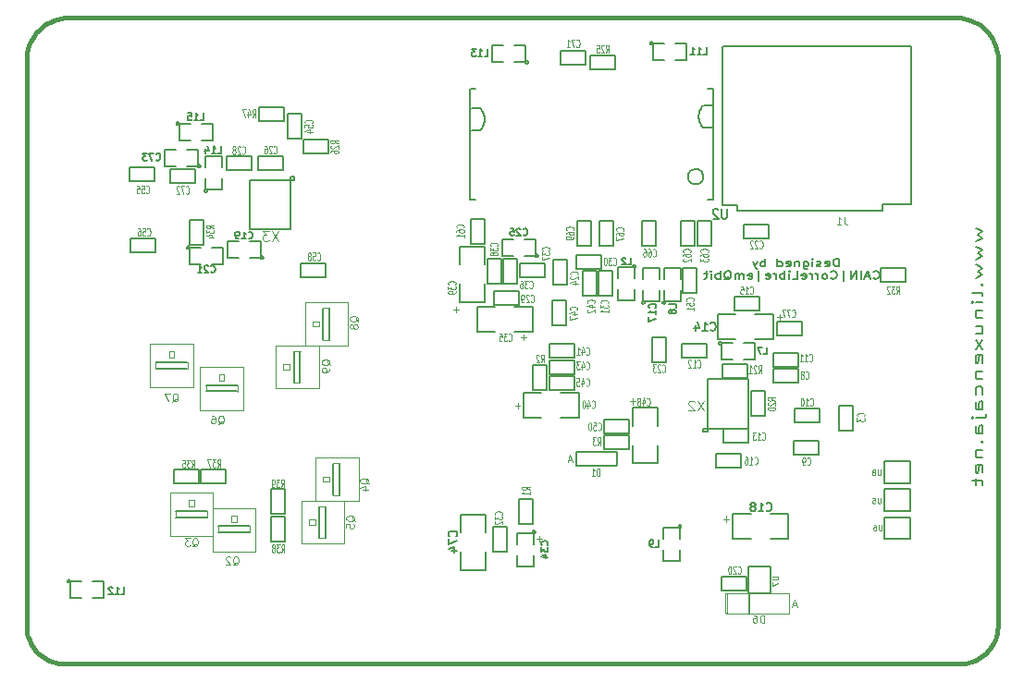
<source format=gbo>
G04 (created by PCBNEW-RS274X (2010-00-09 BZR 23xx)-stable) date sáb 03 mar 2012 12:08:15 COT*
G01*
G70*
G90*
%MOIN*%
G04 Gerber Fmt 3.4, Leading zero omitted, Abs format*
%FSLAX34Y34*%
G04 APERTURE LIST*
%ADD10C,0.006000*%
%ADD11C,0.015000*%
%ADD12C,0.007900*%
%ADD13C,0.005900*%
%ADD14C,0.004300*%
%ADD15C,0.004500*%
%ADD16C,0.003900*%
%ADD17C,0.007000*%
%ADD18C,0.005000*%
%ADD19C,0.008000*%
%ADD20C,0.002600*%
%ADD21C,0.002000*%
%ADD22C,0.004000*%
%ADD23C,0.003500*%
G04 APERTURE END LIST*
G54D10*
G54D11*
X66520Y-56256D02*
X66520Y-56252D01*
X66358Y-56256D02*
X66520Y-56256D01*
X67953Y-53472D02*
X67953Y-54854D01*
X66547Y-56251D02*
X66665Y-56249D01*
X66783Y-56238D01*
X66900Y-56216D01*
X67014Y-56183D01*
X67125Y-56141D01*
X67232Y-56090D01*
X67334Y-56029D01*
X67431Y-55960D01*
X67521Y-55882D01*
X67604Y-55797D01*
X67679Y-55705D01*
X67746Y-55607D01*
X67804Y-55504D01*
X67853Y-55395D01*
X67892Y-55283D01*
X67922Y-55168D01*
X67941Y-55051D01*
X67950Y-54932D01*
X32953Y-53933D02*
X32953Y-54933D01*
X32955Y-53471D02*
X32955Y-53932D01*
X32959Y-53475D02*
X32955Y-53471D01*
X32952Y-54939D02*
X32961Y-55058D01*
X32980Y-55175D01*
X33010Y-55290D01*
X33049Y-55402D01*
X33098Y-55511D01*
X33156Y-55614D01*
X33223Y-55712D01*
X33298Y-55804D01*
X33381Y-55889D01*
X33471Y-55967D01*
X33568Y-56036D01*
X33670Y-56097D01*
X33777Y-56148D01*
X33888Y-56190D01*
X34002Y-56223D01*
X34119Y-56245D01*
X34237Y-56256D01*
X34355Y-56258D01*
X67955Y-53463D02*
X67955Y-34463D01*
X34357Y-56258D02*
X66357Y-56258D01*
X32955Y-34463D02*
X32955Y-53463D01*
X66455Y-32963D02*
X34455Y-32963D01*
X67955Y-34463D02*
X67949Y-34333D01*
X67932Y-34203D01*
X67903Y-34075D01*
X67864Y-33950D01*
X67814Y-33830D01*
X67754Y-33714D01*
X67683Y-33603D01*
X67604Y-33499D01*
X67515Y-33403D01*
X67419Y-33314D01*
X67315Y-33235D01*
X67205Y-33164D01*
X67088Y-33104D01*
X66968Y-33054D01*
X66843Y-33015D01*
X66715Y-32986D01*
X66585Y-32969D01*
X66455Y-32963D01*
X34455Y-32963D02*
X34325Y-32969D01*
X34195Y-32986D01*
X34067Y-33015D01*
X33942Y-33054D01*
X33822Y-33104D01*
X33706Y-33164D01*
X33595Y-33235D01*
X33491Y-33314D01*
X33395Y-33403D01*
X33306Y-33499D01*
X33227Y-33603D01*
X33156Y-33714D01*
X33096Y-33830D01*
X33046Y-33950D01*
X33007Y-34075D01*
X32978Y-34203D01*
X32961Y-34333D01*
X32955Y-34463D01*
G54D12*
X67152Y-40543D02*
X67414Y-40663D01*
X67227Y-40783D01*
X67414Y-40903D01*
X67152Y-41023D01*
X67152Y-41203D02*
X67414Y-41323D01*
X67227Y-41443D01*
X67414Y-41563D01*
X67152Y-41683D01*
X67152Y-41863D02*
X67414Y-41983D01*
X67227Y-42103D01*
X67414Y-42223D01*
X67152Y-42343D01*
X67377Y-42583D02*
X67396Y-42613D01*
X67414Y-42583D01*
X67396Y-42553D01*
X67377Y-42583D01*
X67414Y-42583D01*
X67414Y-42973D02*
X67396Y-42913D01*
X67358Y-42883D01*
X67020Y-42883D01*
X67414Y-43213D02*
X67152Y-43213D01*
X67020Y-43213D02*
X67039Y-43183D01*
X67058Y-43213D01*
X67039Y-43243D01*
X67020Y-43213D01*
X67058Y-43213D01*
X67152Y-43513D02*
X67414Y-43513D01*
X67189Y-43513D02*
X67171Y-43543D01*
X67152Y-43603D01*
X67152Y-43693D01*
X67171Y-43753D01*
X67208Y-43783D01*
X67414Y-43783D01*
X67152Y-44353D02*
X67414Y-44353D01*
X67152Y-44083D02*
X67358Y-44083D01*
X67396Y-44113D01*
X67414Y-44173D01*
X67414Y-44263D01*
X67396Y-44323D01*
X67377Y-44353D01*
X67414Y-44593D02*
X67152Y-44923D01*
X67152Y-44593D02*
X67414Y-44923D01*
X67396Y-45403D02*
X67414Y-45343D01*
X67414Y-45223D01*
X67396Y-45163D01*
X67358Y-45133D01*
X67208Y-45133D01*
X67171Y-45163D01*
X67152Y-45223D01*
X67152Y-45343D01*
X67171Y-45403D01*
X67208Y-45433D01*
X67246Y-45433D01*
X67283Y-45133D01*
X67152Y-45703D02*
X67414Y-45703D01*
X67189Y-45703D02*
X67171Y-45733D01*
X67152Y-45793D01*
X67152Y-45883D01*
X67171Y-45943D01*
X67208Y-45973D01*
X67414Y-45973D01*
X67396Y-46543D02*
X67414Y-46483D01*
X67414Y-46363D01*
X67396Y-46303D01*
X67377Y-46273D01*
X67339Y-46243D01*
X67227Y-46243D01*
X67189Y-46273D01*
X67171Y-46303D01*
X67152Y-46363D01*
X67152Y-46483D01*
X67171Y-46543D01*
X67414Y-47083D02*
X67208Y-47083D01*
X67171Y-47053D01*
X67152Y-46993D01*
X67152Y-46873D01*
X67171Y-46813D01*
X67396Y-47083D02*
X67414Y-47023D01*
X67414Y-46873D01*
X67396Y-46813D01*
X67358Y-46783D01*
X67321Y-46783D01*
X67283Y-46813D01*
X67264Y-46873D01*
X67264Y-47023D01*
X67246Y-47083D01*
X67152Y-47383D02*
X67490Y-47383D01*
X67527Y-47353D01*
X67546Y-47293D01*
X67546Y-47263D01*
X67020Y-47383D02*
X67039Y-47353D01*
X67058Y-47383D01*
X67039Y-47413D01*
X67020Y-47383D01*
X67058Y-47383D01*
X67414Y-47953D02*
X67208Y-47953D01*
X67171Y-47923D01*
X67152Y-47863D01*
X67152Y-47743D01*
X67171Y-47683D01*
X67396Y-47953D02*
X67414Y-47893D01*
X67414Y-47743D01*
X67396Y-47683D01*
X67358Y-47653D01*
X67321Y-47653D01*
X67283Y-47683D01*
X67264Y-47743D01*
X67264Y-47893D01*
X67246Y-47953D01*
X67377Y-48253D02*
X67396Y-48283D01*
X67414Y-48253D01*
X67396Y-48223D01*
X67377Y-48253D01*
X67414Y-48253D01*
X67152Y-48553D02*
X67414Y-48553D01*
X67189Y-48553D02*
X67171Y-48583D01*
X67152Y-48643D01*
X67152Y-48733D01*
X67171Y-48793D01*
X67208Y-48823D01*
X67414Y-48823D01*
X67396Y-49363D02*
X67414Y-49303D01*
X67414Y-49183D01*
X67396Y-49123D01*
X67358Y-49093D01*
X67208Y-49093D01*
X67171Y-49123D01*
X67152Y-49183D01*
X67152Y-49303D01*
X67171Y-49363D01*
X67208Y-49393D01*
X67246Y-49393D01*
X67283Y-49093D01*
X67152Y-49573D02*
X67152Y-49813D01*
X67020Y-49663D02*
X67358Y-49663D01*
X67396Y-49693D01*
X67414Y-49753D01*
X67414Y-49813D01*
G54D13*
X62221Y-41931D02*
X62221Y-41655D01*
X62136Y-41655D01*
X62086Y-41668D01*
X62052Y-41694D01*
X62035Y-41720D01*
X62018Y-41773D01*
X62018Y-41812D01*
X62035Y-41865D01*
X62052Y-41891D01*
X62086Y-41918D01*
X62136Y-41931D01*
X62221Y-41931D01*
X61732Y-41918D02*
X61766Y-41931D01*
X61833Y-41931D01*
X61867Y-41918D01*
X61884Y-41891D01*
X61884Y-41786D01*
X61867Y-41760D01*
X61833Y-41747D01*
X61766Y-41747D01*
X61732Y-41760D01*
X61715Y-41786D01*
X61715Y-41812D01*
X61884Y-41839D01*
X61581Y-41918D02*
X61547Y-41931D01*
X61479Y-41931D01*
X61446Y-41918D01*
X61429Y-41891D01*
X61429Y-41878D01*
X61446Y-41852D01*
X61479Y-41839D01*
X61530Y-41839D01*
X61564Y-41826D01*
X61581Y-41799D01*
X61581Y-41786D01*
X61564Y-41760D01*
X61530Y-41747D01*
X61479Y-41747D01*
X61446Y-41760D01*
X61277Y-41931D02*
X61277Y-41747D01*
X61277Y-41655D02*
X61294Y-41668D01*
X61277Y-41681D01*
X61260Y-41668D01*
X61277Y-41655D01*
X61277Y-41681D01*
X60956Y-41747D02*
X60956Y-41970D01*
X60973Y-41996D01*
X60990Y-42010D01*
X61023Y-42023D01*
X61074Y-42023D01*
X61108Y-42010D01*
X60956Y-41918D02*
X60990Y-41931D01*
X61057Y-41931D01*
X61091Y-41918D01*
X61108Y-41904D01*
X61125Y-41878D01*
X61125Y-41799D01*
X61108Y-41773D01*
X61091Y-41760D01*
X61057Y-41747D01*
X60990Y-41747D01*
X60956Y-41760D01*
X60788Y-41747D02*
X60788Y-41931D01*
X60788Y-41773D02*
X60771Y-41760D01*
X60737Y-41747D01*
X60687Y-41747D01*
X60653Y-41760D01*
X60636Y-41786D01*
X60636Y-41931D01*
X60333Y-41918D02*
X60367Y-41931D01*
X60434Y-41931D01*
X60468Y-41918D01*
X60485Y-41891D01*
X60485Y-41786D01*
X60468Y-41760D01*
X60434Y-41747D01*
X60367Y-41747D01*
X60333Y-41760D01*
X60316Y-41786D01*
X60316Y-41812D01*
X60485Y-41839D01*
X60013Y-41931D02*
X60013Y-41655D01*
X60013Y-41918D02*
X60047Y-41931D01*
X60114Y-41931D01*
X60148Y-41918D01*
X60165Y-41904D01*
X60182Y-41878D01*
X60182Y-41799D01*
X60165Y-41773D01*
X60148Y-41760D01*
X60114Y-41747D01*
X60047Y-41747D01*
X60013Y-41760D01*
X59575Y-41931D02*
X59575Y-41655D01*
X59575Y-41760D02*
X59541Y-41747D01*
X59474Y-41747D01*
X59440Y-41760D01*
X59423Y-41773D01*
X59406Y-41799D01*
X59406Y-41878D01*
X59423Y-41904D01*
X59440Y-41918D01*
X59474Y-41931D01*
X59541Y-41931D01*
X59575Y-41918D01*
X59288Y-41747D02*
X59204Y-41931D01*
X59120Y-41747D02*
X59204Y-41931D01*
X59238Y-41996D01*
X59255Y-42010D01*
X59288Y-42023D01*
X63475Y-42349D02*
X63492Y-42363D01*
X63543Y-42376D01*
X63577Y-42376D01*
X63627Y-42363D01*
X63661Y-42336D01*
X63678Y-42310D01*
X63695Y-42257D01*
X63695Y-42218D01*
X63678Y-42165D01*
X63661Y-42139D01*
X63627Y-42113D01*
X63577Y-42100D01*
X63543Y-42100D01*
X63492Y-42113D01*
X63475Y-42126D01*
X63341Y-42297D02*
X63172Y-42297D01*
X63374Y-42376D02*
X63256Y-42100D01*
X63138Y-42376D01*
X63021Y-42376D02*
X63021Y-42100D01*
X62852Y-42376D02*
X62852Y-42100D01*
X62649Y-42376D01*
X62649Y-42100D01*
X62396Y-42468D02*
X62396Y-42073D01*
X61941Y-42349D02*
X61958Y-42363D01*
X62009Y-42376D01*
X62043Y-42376D01*
X62093Y-42363D01*
X62127Y-42336D01*
X62144Y-42310D01*
X62161Y-42257D01*
X62161Y-42218D01*
X62144Y-42165D01*
X62127Y-42139D01*
X62093Y-42113D01*
X62043Y-42100D01*
X62009Y-42100D01*
X61958Y-42113D01*
X61941Y-42126D01*
X61739Y-42376D02*
X61773Y-42363D01*
X61790Y-42349D01*
X61807Y-42323D01*
X61807Y-42244D01*
X61790Y-42218D01*
X61773Y-42205D01*
X61739Y-42192D01*
X61689Y-42192D01*
X61655Y-42205D01*
X61638Y-42218D01*
X61621Y-42244D01*
X61621Y-42323D01*
X61638Y-42349D01*
X61655Y-42363D01*
X61689Y-42376D01*
X61739Y-42376D01*
X61470Y-42376D02*
X61470Y-42192D01*
X61470Y-42244D02*
X61453Y-42218D01*
X61436Y-42205D01*
X61402Y-42192D01*
X61369Y-42192D01*
X61251Y-42376D02*
X61251Y-42192D01*
X61251Y-42244D02*
X61234Y-42218D01*
X61217Y-42205D01*
X61183Y-42192D01*
X61150Y-42192D01*
X60897Y-42363D02*
X60931Y-42376D01*
X60998Y-42376D01*
X61032Y-42363D01*
X61049Y-42336D01*
X61049Y-42231D01*
X61032Y-42205D01*
X60998Y-42192D01*
X60931Y-42192D01*
X60897Y-42205D01*
X60880Y-42231D01*
X60880Y-42257D01*
X61049Y-42284D01*
X60560Y-42376D02*
X60729Y-42376D01*
X60729Y-42100D01*
X60442Y-42376D02*
X60442Y-42192D01*
X60442Y-42100D02*
X60459Y-42113D01*
X60442Y-42126D01*
X60425Y-42113D01*
X60442Y-42100D01*
X60442Y-42126D01*
X60273Y-42376D02*
X60273Y-42100D01*
X60273Y-42205D02*
X60239Y-42192D01*
X60172Y-42192D01*
X60138Y-42205D01*
X60121Y-42218D01*
X60104Y-42244D01*
X60104Y-42323D01*
X60121Y-42349D01*
X60138Y-42363D01*
X60172Y-42376D01*
X60239Y-42376D01*
X60273Y-42363D01*
X59953Y-42376D02*
X59953Y-42192D01*
X59953Y-42244D02*
X59936Y-42218D01*
X59919Y-42205D01*
X59885Y-42192D01*
X59852Y-42192D01*
X59599Y-42363D02*
X59633Y-42376D01*
X59700Y-42376D01*
X59734Y-42363D01*
X59751Y-42336D01*
X59751Y-42231D01*
X59734Y-42205D01*
X59700Y-42192D01*
X59633Y-42192D01*
X59599Y-42205D01*
X59582Y-42231D01*
X59582Y-42257D01*
X59751Y-42284D01*
X59346Y-42468D02*
X59346Y-42073D01*
X58959Y-42363D02*
X58993Y-42376D01*
X59060Y-42376D01*
X59094Y-42363D01*
X59111Y-42336D01*
X59111Y-42231D01*
X59094Y-42205D01*
X59060Y-42192D01*
X58993Y-42192D01*
X58959Y-42205D01*
X58942Y-42231D01*
X58942Y-42257D01*
X59111Y-42284D01*
X58791Y-42376D02*
X58791Y-42192D01*
X58791Y-42218D02*
X58774Y-42205D01*
X58740Y-42192D01*
X58690Y-42192D01*
X58656Y-42205D01*
X58639Y-42231D01*
X58639Y-42376D01*
X58639Y-42231D02*
X58622Y-42205D01*
X58588Y-42192D01*
X58538Y-42192D01*
X58504Y-42205D01*
X58487Y-42231D01*
X58487Y-42376D01*
X58083Y-42402D02*
X58116Y-42389D01*
X58150Y-42363D01*
X58201Y-42323D01*
X58234Y-42310D01*
X58268Y-42310D01*
X58251Y-42376D02*
X58285Y-42363D01*
X58319Y-42336D01*
X58336Y-42284D01*
X58336Y-42192D01*
X58319Y-42139D01*
X58285Y-42113D01*
X58251Y-42100D01*
X58184Y-42100D01*
X58150Y-42113D01*
X58116Y-42139D01*
X58100Y-42192D01*
X58100Y-42284D01*
X58116Y-42336D01*
X58150Y-42363D01*
X58184Y-42376D01*
X58251Y-42376D01*
X57948Y-42376D02*
X57948Y-42100D01*
X57948Y-42205D02*
X57914Y-42192D01*
X57847Y-42192D01*
X57813Y-42205D01*
X57796Y-42218D01*
X57779Y-42244D01*
X57779Y-42323D01*
X57796Y-42349D01*
X57813Y-42363D01*
X57847Y-42376D01*
X57914Y-42376D01*
X57948Y-42363D01*
X57628Y-42376D02*
X57628Y-42192D01*
X57628Y-42100D02*
X57645Y-42113D01*
X57628Y-42126D01*
X57611Y-42113D01*
X57628Y-42100D01*
X57628Y-42126D01*
X57509Y-42192D02*
X57374Y-42192D01*
X57459Y-42100D02*
X57459Y-42336D01*
X57442Y-42363D01*
X57408Y-42376D01*
X57374Y-42376D01*
G54D14*
X60703Y-54143D02*
X60572Y-54143D01*
X60730Y-54222D02*
X60638Y-53946D01*
X60546Y-54222D01*
X52605Y-48907D02*
X52474Y-48907D01*
X52632Y-48986D02*
X52540Y-48710D01*
X52448Y-48986D01*
X60211Y-43747D02*
X60001Y-43747D01*
X60106Y-43852D02*
X60106Y-43641D01*
X58270Y-51038D02*
X58060Y-51038D01*
X58165Y-51143D02*
X58165Y-50932D01*
X51527Y-51751D02*
X51317Y-51751D01*
X51422Y-51856D02*
X51422Y-51645D01*
X48542Y-43487D02*
X48332Y-43487D01*
X48437Y-43592D02*
X48437Y-43381D01*
X54904Y-46802D02*
X54694Y-46802D01*
X54799Y-46907D02*
X54799Y-46696D01*
X50971Y-44487D02*
X50761Y-44487D01*
X50866Y-44592D02*
X50866Y-44381D01*
G54D15*
X50718Y-46944D02*
X50581Y-46944D01*
X50650Y-47050D02*
X50650Y-46837D01*
G54D16*
X58146Y-53725D02*
X58146Y-54433D01*
X58146Y-54433D02*
X58185Y-54453D01*
X58185Y-54453D02*
X58185Y-54433D01*
X58185Y-53705D02*
X58146Y-53725D01*
X58953Y-53705D02*
X58953Y-54433D01*
X58953Y-54433D02*
X58992Y-54433D01*
X58992Y-54433D02*
X58992Y-53705D01*
X59681Y-53705D02*
X58185Y-53705D01*
X58185Y-53705D02*
X58185Y-54433D01*
X58185Y-54433D02*
X58185Y-54453D01*
X58185Y-54453D02*
X60429Y-54453D01*
X60429Y-54453D02*
X60429Y-53705D01*
X60429Y-53705D02*
X59681Y-53705D01*
G54D12*
X52752Y-49107D02*
X54205Y-49103D01*
X54216Y-49083D02*
X54216Y-48607D01*
X54216Y-48607D02*
X52756Y-48611D01*
X52756Y-48611D02*
X52756Y-49071D01*
G54D17*
X58026Y-38889D02*
X58026Y-34029D01*
X58026Y-34029D02*
X58076Y-33979D01*
X58076Y-33979D02*
X64816Y-33979D01*
X64816Y-33979D02*
X64816Y-39689D01*
X64816Y-39689D02*
X63806Y-39689D01*
X63806Y-39689D02*
X63806Y-39919D01*
X63806Y-39919D02*
X58576Y-39919D01*
X58576Y-39919D02*
X58576Y-39709D01*
X58576Y-39709D02*
X58016Y-39709D01*
X58016Y-39709D02*
X58016Y-38859D01*
G54D18*
X54913Y-41917D02*
X54912Y-41926D01*
X54909Y-41936D01*
X54904Y-41944D01*
X54898Y-41952D01*
X54890Y-41958D01*
X54882Y-41963D01*
X54873Y-41965D01*
X54863Y-41966D01*
X54854Y-41966D01*
X54845Y-41963D01*
X54836Y-41958D01*
X54829Y-41952D01*
X54822Y-41945D01*
X54818Y-41936D01*
X54815Y-41927D01*
X54814Y-41917D01*
X54814Y-41908D01*
X54817Y-41899D01*
X54821Y-41890D01*
X54828Y-41883D01*
X54835Y-41876D01*
X54843Y-41872D01*
X54853Y-41869D01*
X54862Y-41868D01*
X54871Y-41868D01*
X54881Y-41871D01*
X54889Y-41875D01*
X54897Y-41881D01*
X54903Y-41889D01*
X54908Y-41897D01*
X54911Y-41906D01*
X54912Y-41916D01*
X54913Y-41917D01*
X54863Y-42367D02*
X54863Y-41967D01*
X54863Y-41967D02*
X54263Y-41967D01*
X54263Y-41967D02*
X54263Y-42367D01*
X54263Y-42767D02*
X54263Y-43167D01*
X54263Y-43167D02*
X54863Y-43167D01*
X54863Y-43167D02*
X54863Y-42767D01*
X64643Y-41994D02*
X63743Y-41994D01*
X63743Y-41994D02*
X63743Y-42494D01*
X63743Y-42494D02*
X64643Y-42494D01*
X64643Y-42494D02*
X64643Y-41994D01*
X62746Y-47856D02*
X62746Y-46956D01*
X62746Y-46956D02*
X62246Y-46956D01*
X62246Y-46956D02*
X62246Y-47856D01*
X62246Y-47856D02*
X62746Y-47856D01*
X50850Y-47371D02*
X50850Y-46471D01*
X50850Y-46471D02*
X51500Y-46471D01*
X52200Y-47371D02*
X52850Y-47371D01*
X52850Y-47371D02*
X52850Y-46471D01*
X52850Y-46471D02*
X52200Y-46471D01*
X51500Y-47371D02*
X50850Y-47371D01*
X54786Y-47035D02*
X55686Y-47035D01*
X55686Y-47035D02*
X55686Y-47685D01*
X54786Y-48385D02*
X54786Y-49035D01*
X54786Y-49035D02*
X55686Y-49035D01*
X55686Y-49035D02*
X55686Y-48385D01*
X54786Y-47685D02*
X54786Y-47035D01*
X51189Y-43385D02*
X51189Y-44285D01*
X51189Y-44285D02*
X50539Y-44285D01*
X49839Y-43385D02*
X49189Y-43385D01*
X49189Y-43385D02*
X49189Y-44285D01*
X49189Y-44285D02*
X49839Y-44285D01*
X50539Y-43385D02*
X51189Y-43385D01*
X49458Y-43217D02*
X48558Y-43217D01*
X48558Y-43217D02*
X48558Y-42567D01*
X49458Y-41867D02*
X49458Y-41217D01*
X49458Y-41217D02*
X48558Y-41217D01*
X48558Y-41217D02*
X48558Y-41867D01*
X49458Y-42567D02*
X49458Y-43217D01*
X53251Y-34817D02*
X54151Y-34817D01*
X54151Y-34817D02*
X54151Y-34317D01*
X54151Y-34317D02*
X53251Y-34317D01*
X53251Y-34317D02*
X53251Y-34817D01*
X53107Y-34140D02*
X52207Y-34140D01*
X52207Y-34140D02*
X52207Y-34640D01*
X52207Y-34640D02*
X53107Y-34640D01*
X53107Y-34640D02*
X53107Y-34140D01*
X48978Y-40219D02*
X48978Y-41119D01*
X48978Y-41119D02*
X49478Y-41119D01*
X49478Y-41119D02*
X49478Y-40219D01*
X49478Y-40219D02*
X48978Y-40219D01*
X56541Y-40302D02*
X56541Y-41202D01*
X56541Y-41202D02*
X57041Y-41202D01*
X57041Y-41202D02*
X57041Y-40302D01*
X57041Y-40302D02*
X56541Y-40302D01*
X57116Y-40302D02*
X57116Y-41202D01*
X57116Y-41202D02*
X57616Y-41202D01*
X57616Y-41202D02*
X57616Y-40302D01*
X57616Y-40302D02*
X57116Y-40302D01*
X52805Y-40298D02*
X52805Y-41198D01*
X52805Y-41198D02*
X53305Y-41198D01*
X53305Y-41198D02*
X53305Y-40298D01*
X53305Y-40298D02*
X52805Y-40298D01*
X53585Y-40298D02*
X53585Y-41198D01*
X53585Y-41198D02*
X54085Y-41198D01*
X54085Y-41198D02*
X54085Y-40298D01*
X54085Y-40298D02*
X53585Y-40298D01*
X55128Y-40302D02*
X55128Y-41202D01*
X55128Y-41202D02*
X55628Y-41202D01*
X55628Y-41202D02*
X55628Y-40302D01*
X55628Y-40302D02*
X55128Y-40302D01*
X55490Y-44475D02*
X55490Y-45375D01*
X55490Y-45375D02*
X55990Y-45375D01*
X55990Y-45375D02*
X55990Y-44475D01*
X55990Y-44475D02*
X55490Y-44475D01*
X50686Y-42817D02*
X49786Y-42817D01*
X49786Y-42817D02*
X49786Y-43317D01*
X49786Y-43317D02*
X50686Y-43317D01*
X50686Y-43317D02*
X50686Y-42817D01*
X49774Y-51330D02*
X49774Y-52230D01*
X49774Y-52230D02*
X50274Y-52230D01*
X50274Y-52230D02*
X50274Y-51330D01*
X50274Y-51330D02*
X49774Y-51330D01*
X50695Y-50330D02*
X50695Y-51230D01*
X50695Y-51230D02*
X51195Y-51230D01*
X51195Y-51230D02*
X51195Y-50330D01*
X51195Y-50330D02*
X50695Y-50330D01*
X51203Y-45492D02*
X51203Y-46392D01*
X51203Y-46392D02*
X51703Y-46392D01*
X51703Y-46392D02*
X51703Y-45492D01*
X51703Y-45492D02*
X51203Y-45492D01*
X51786Y-45211D02*
X52686Y-45211D01*
X52686Y-45211D02*
X52686Y-44711D01*
X52686Y-44711D02*
X51786Y-44711D01*
X51786Y-44711D02*
X51786Y-45211D01*
X51794Y-45806D02*
X52694Y-45806D01*
X52694Y-45806D02*
X52694Y-45306D01*
X52694Y-45306D02*
X51794Y-45306D01*
X51794Y-45306D02*
X51794Y-45806D01*
X51794Y-46393D02*
X52694Y-46393D01*
X52694Y-46393D02*
X52694Y-45893D01*
X52694Y-45893D02*
X51794Y-45893D01*
X51794Y-45893D02*
X51794Y-46393D01*
X53778Y-48522D02*
X54678Y-48522D01*
X54678Y-48522D02*
X54678Y-48022D01*
X54678Y-48022D02*
X53778Y-48022D01*
X53778Y-48022D02*
X53778Y-48522D01*
X53778Y-47947D02*
X54678Y-47947D01*
X54678Y-47947D02*
X54678Y-47447D01*
X54678Y-47447D02*
X53778Y-47447D01*
X53778Y-47447D02*
X53778Y-47947D01*
X58786Y-40907D02*
X59686Y-40907D01*
X59686Y-40907D02*
X59686Y-40407D01*
X59686Y-40407D02*
X58786Y-40407D01*
X58786Y-40407D02*
X58786Y-40907D01*
X52435Y-42596D02*
X52435Y-41696D01*
X52435Y-41696D02*
X51935Y-41696D01*
X51935Y-41696D02*
X51935Y-42596D01*
X51935Y-42596D02*
X52435Y-42596D01*
X54081Y-42981D02*
X54081Y-42081D01*
X54081Y-42081D02*
X53581Y-42081D01*
X53581Y-42081D02*
X53581Y-42981D01*
X53581Y-42981D02*
X54081Y-42981D01*
X53514Y-42981D02*
X53514Y-42081D01*
X53514Y-42081D02*
X53014Y-42081D01*
X53014Y-42081D02*
X53014Y-42981D01*
X53014Y-42981D02*
X53514Y-42981D01*
X50623Y-42569D02*
X50623Y-41669D01*
X50623Y-41669D02*
X50123Y-41669D01*
X50123Y-41669D02*
X50123Y-42569D01*
X50123Y-42569D02*
X50623Y-42569D01*
X51639Y-41805D02*
X50739Y-41805D01*
X50739Y-41805D02*
X50739Y-42305D01*
X50739Y-42305D02*
X51639Y-42305D01*
X51639Y-42305D02*
X51639Y-41805D01*
X50049Y-42569D02*
X50049Y-41669D01*
X50049Y-41669D02*
X49549Y-41669D01*
X49549Y-41669D02*
X49549Y-42569D01*
X49549Y-42569D02*
X50049Y-42569D01*
X51896Y-43152D02*
X51896Y-44052D01*
X51896Y-44052D02*
X52396Y-44052D01*
X52396Y-44052D02*
X52396Y-43152D01*
X52396Y-43152D02*
X51896Y-43152D01*
X52763Y-42006D02*
X53663Y-42006D01*
X53663Y-42006D02*
X53663Y-41506D01*
X53663Y-41506D02*
X52763Y-41506D01*
X52763Y-41506D02*
X52763Y-42006D01*
X57104Y-42895D02*
X57104Y-41995D01*
X57104Y-41995D02*
X56604Y-41995D01*
X56604Y-41995D02*
X56604Y-42895D01*
X56604Y-42895D02*
X57104Y-42895D01*
X57862Y-44541D02*
X57862Y-43641D01*
X57862Y-43641D02*
X58512Y-43641D01*
X59212Y-44541D02*
X59862Y-44541D01*
X59862Y-44541D02*
X59862Y-43641D01*
X59862Y-43641D02*
X59212Y-43641D01*
X58512Y-44541D02*
X57862Y-44541D01*
X59061Y-46436D02*
X59061Y-47336D01*
X59061Y-47336D02*
X59561Y-47336D01*
X59561Y-47336D02*
X59561Y-46436D01*
X59561Y-46436D02*
X59061Y-46436D01*
X58915Y-45467D02*
X58015Y-45467D01*
X58015Y-45467D02*
X58015Y-45967D01*
X58015Y-45967D02*
X58915Y-45967D01*
X58915Y-45967D02*
X58915Y-45467D01*
X57790Y-49179D02*
X58690Y-49179D01*
X58690Y-49179D02*
X58690Y-48679D01*
X58690Y-48679D02*
X57790Y-48679D01*
X57790Y-48679D02*
X57790Y-49179D01*
X60629Y-47537D02*
X61529Y-47537D01*
X61529Y-47537D02*
X61529Y-47037D01*
X61529Y-47037D02*
X60629Y-47037D01*
X60629Y-47037D02*
X60629Y-47537D01*
X59849Y-45557D02*
X60749Y-45557D01*
X60749Y-45557D02*
X60749Y-45057D01*
X60749Y-45057D02*
X59849Y-45057D01*
X59849Y-45057D02*
X59849Y-45557D01*
X60597Y-48719D02*
X61497Y-48719D01*
X61497Y-48719D02*
X61497Y-48219D01*
X61497Y-48219D02*
X60597Y-48219D01*
X60597Y-48219D02*
X60597Y-48719D01*
X59849Y-46128D02*
X60749Y-46128D01*
X60749Y-46128D02*
X60749Y-45628D01*
X60749Y-45628D02*
X59849Y-45628D01*
X59849Y-45628D02*
X59849Y-46128D01*
X57470Y-44719D02*
X56570Y-44719D01*
X56570Y-44719D02*
X56570Y-45219D01*
X56570Y-45219D02*
X57470Y-45219D01*
X57470Y-45219D02*
X57470Y-44719D01*
X58078Y-48281D02*
X58978Y-48281D01*
X58978Y-48281D02*
X58978Y-47781D01*
X58978Y-47781D02*
X58078Y-47781D01*
X58078Y-47781D02*
X58078Y-48281D01*
X58471Y-43514D02*
X59371Y-43514D01*
X59371Y-43514D02*
X59371Y-43014D01*
X59371Y-43014D02*
X58471Y-43014D01*
X58471Y-43014D02*
X58471Y-43514D01*
X57999Y-53608D02*
X58899Y-53608D01*
X58899Y-53608D02*
X58899Y-53108D01*
X58899Y-53108D02*
X57999Y-53108D01*
X57999Y-53108D02*
X57999Y-53608D01*
X56547Y-51299D02*
X56546Y-51308D01*
X56543Y-51318D01*
X56538Y-51326D01*
X56532Y-51334D01*
X56524Y-51340D01*
X56516Y-51345D01*
X56507Y-51347D01*
X56497Y-51348D01*
X56488Y-51348D01*
X56479Y-51345D01*
X56470Y-51340D01*
X56463Y-51334D01*
X56456Y-51327D01*
X56452Y-51318D01*
X56449Y-51309D01*
X56448Y-51299D01*
X56448Y-51290D01*
X56451Y-51281D01*
X56455Y-51272D01*
X56462Y-51265D01*
X56469Y-51258D01*
X56477Y-51254D01*
X56487Y-51251D01*
X56496Y-51250D01*
X56505Y-51250D01*
X56515Y-51253D01*
X56523Y-51257D01*
X56531Y-51263D01*
X56537Y-51271D01*
X56542Y-51279D01*
X56545Y-51288D01*
X56546Y-51298D01*
X56547Y-51299D01*
X56497Y-51749D02*
X56497Y-51349D01*
X56497Y-51349D02*
X55897Y-51349D01*
X55897Y-51349D02*
X55897Y-51749D01*
X55897Y-52149D02*
X55897Y-52549D01*
X55897Y-52549D02*
X56497Y-52549D01*
X56497Y-52549D02*
X56497Y-52149D01*
X55974Y-43221D02*
X55973Y-43230D01*
X55970Y-43240D01*
X55965Y-43248D01*
X55959Y-43256D01*
X55951Y-43262D01*
X55943Y-43267D01*
X55934Y-43269D01*
X55924Y-43270D01*
X55915Y-43270D01*
X55906Y-43267D01*
X55897Y-43262D01*
X55890Y-43256D01*
X55883Y-43249D01*
X55879Y-43240D01*
X55876Y-43231D01*
X55875Y-43221D01*
X55875Y-43212D01*
X55878Y-43203D01*
X55882Y-43194D01*
X55889Y-43187D01*
X55896Y-43180D01*
X55904Y-43176D01*
X55914Y-43173D01*
X55923Y-43172D01*
X55932Y-43172D01*
X55942Y-43175D01*
X55950Y-43179D01*
X55958Y-43185D01*
X55964Y-43193D01*
X55969Y-43201D01*
X55972Y-43210D01*
X55973Y-43220D01*
X55974Y-43221D01*
X55924Y-42771D02*
X55924Y-43171D01*
X55924Y-43171D02*
X56524Y-43171D01*
X56524Y-43171D02*
X56524Y-42771D01*
X56524Y-42371D02*
X56524Y-41971D01*
X56524Y-41971D02*
X55924Y-41971D01*
X55924Y-41971D02*
X55924Y-42371D01*
X57994Y-44688D02*
X57993Y-44697D01*
X57990Y-44707D01*
X57985Y-44715D01*
X57979Y-44723D01*
X57971Y-44729D01*
X57963Y-44734D01*
X57954Y-44736D01*
X57944Y-44737D01*
X57935Y-44737D01*
X57926Y-44734D01*
X57917Y-44729D01*
X57910Y-44723D01*
X57903Y-44716D01*
X57899Y-44707D01*
X57896Y-44698D01*
X57895Y-44688D01*
X57895Y-44679D01*
X57898Y-44670D01*
X57902Y-44661D01*
X57909Y-44654D01*
X57916Y-44647D01*
X57924Y-44643D01*
X57934Y-44640D01*
X57943Y-44639D01*
X57952Y-44639D01*
X57962Y-44642D01*
X57970Y-44646D01*
X57978Y-44652D01*
X57984Y-44660D01*
X57989Y-44668D01*
X57992Y-44677D01*
X57993Y-44687D01*
X57994Y-44688D01*
X58394Y-44688D02*
X57994Y-44688D01*
X57994Y-44688D02*
X57994Y-45288D01*
X57994Y-45288D02*
X58394Y-45288D01*
X58794Y-45288D02*
X59194Y-45288D01*
X59194Y-45288D02*
X59194Y-44688D01*
X59194Y-44688D02*
X58794Y-44688D01*
X55222Y-43221D02*
X55221Y-43230D01*
X55218Y-43240D01*
X55213Y-43248D01*
X55207Y-43256D01*
X55199Y-43262D01*
X55191Y-43267D01*
X55182Y-43269D01*
X55172Y-43270D01*
X55163Y-43270D01*
X55154Y-43267D01*
X55145Y-43262D01*
X55138Y-43256D01*
X55131Y-43249D01*
X55127Y-43240D01*
X55124Y-43231D01*
X55123Y-43221D01*
X55123Y-43212D01*
X55126Y-43203D01*
X55130Y-43194D01*
X55137Y-43187D01*
X55144Y-43180D01*
X55152Y-43176D01*
X55162Y-43173D01*
X55171Y-43172D01*
X55180Y-43172D01*
X55190Y-43175D01*
X55198Y-43179D01*
X55206Y-43185D01*
X55212Y-43193D01*
X55217Y-43201D01*
X55220Y-43210D01*
X55221Y-43220D01*
X55222Y-43221D01*
X55172Y-42771D02*
X55172Y-43171D01*
X55172Y-43171D02*
X55772Y-43171D01*
X55772Y-43171D02*
X55772Y-42771D01*
X55772Y-42371D02*
X55772Y-41971D01*
X55772Y-41971D02*
X55172Y-41971D01*
X55172Y-41971D02*
X55172Y-42371D01*
X58398Y-51761D02*
X58398Y-50861D01*
X58398Y-50861D02*
X59048Y-50861D01*
X59748Y-51761D02*
X60398Y-51761D01*
X60398Y-51761D02*
X60398Y-50861D01*
X60398Y-50861D02*
X59748Y-50861D01*
X59048Y-51761D02*
X58398Y-51761D01*
X64809Y-48969D02*
X64809Y-49755D01*
X64809Y-49755D02*
X63861Y-49755D01*
X63861Y-49755D02*
X63861Y-48969D01*
X63861Y-48969D02*
X64809Y-48969D01*
X58973Y-52766D02*
X59759Y-52766D01*
X59759Y-52766D02*
X59759Y-53714D01*
X59759Y-53714D02*
X58973Y-53714D01*
X58973Y-53714D02*
X58973Y-52766D01*
X64813Y-50981D02*
X64813Y-51767D01*
X64813Y-51767D02*
X63865Y-51767D01*
X63865Y-51767D02*
X63865Y-50981D01*
X63865Y-50981D02*
X64813Y-50981D01*
X64813Y-49961D02*
X64813Y-50747D01*
X64813Y-50747D02*
X63865Y-50747D01*
X63865Y-50747D02*
X63865Y-49961D01*
X63865Y-49961D02*
X64813Y-49961D01*
G54D19*
X57338Y-38691D02*
X57332Y-38744D01*
X57317Y-38796D01*
X57291Y-38844D01*
X57257Y-38886D01*
X57215Y-38921D01*
X57167Y-38947D01*
X57115Y-38963D01*
X57061Y-38968D01*
X57008Y-38964D01*
X56956Y-38948D01*
X56908Y-38923D01*
X56866Y-38889D01*
X56831Y-38848D01*
X56805Y-38800D01*
X56789Y-38748D01*
X56783Y-38694D01*
X56787Y-38641D01*
X56802Y-38589D01*
X56827Y-38541D01*
X56861Y-38498D01*
X56902Y-38463D01*
X56949Y-38437D01*
X57001Y-38420D01*
X57055Y-38414D01*
X57108Y-38418D01*
X57160Y-38432D01*
X57208Y-38457D01*
X57251Y-38490D01*
X57287Y-38531D01*
X57313Y-38578D01*
X57331Y-38630D01*
X57337Y-38684D01*
X57338Y-38691D01*
X57355Y-36919D02*
X57651Y-36919D01*
X57355Y-36132D02*
X57651Y-36132D01*
X49285Y-37018D02*
X48989Y-37018D01*
X49285Y-36230D02*
X48989Y-36230D01*
X49302Y-37017D02*
X49335Y-36982D01*
X49365Y-36943D01*
X49391Y-36902D01*
X49413Y-36859D01*
X49432Y-36814D01*
X49447Y-36768D01*
X49457Y-36720D01*
X49463Y-36672D01*
X49466Y-36624D01*
X49463Y-36576D01*
X49457Y-36528D01*
X49447Y-36480D01*
X49432Y-36434D01*
X49413Y-36389D01*
X49391Y-36346D01*
X49365Y-36305D01*
X49335Y-36266D01*
X49302Y-36231D01*
X57338Y-36133D02*
X57305Y-36168D01*
X57275Y-36207D01*
X57249Y-36248D01*
X57227Y-36291D01*
X57208Y-36336D01*
X57193Y-36382D01*
X57183Y-36430D01*
X57177Y-36478D01*
X57174Y-36526D01*
X57177Y-36574D01*
X57183Y-36622D01*
X57193Y-36670D01*
X57208Y-36716D01*
X57227Y-36761D01*
X57249Y-36804D01*
X57275Y-36845D01*
X57305Y-36884D01*
X57338Y-36919D01*
X57690Y-39510D02*
X57513Y-39510D01*
X48950Y-39510D02*
X49127Y-39510D01*
X48950Y-35510D02*
X49127Y-35510D01*
X57690Y-35510D02*
X57513Y-35510D01*
X57694Y-35510D02*
X57694Y-39510D01*
X48946Y-35510D02*
X48946Y-39510D01*
G54D12*
X57504Y-47890D02*
X57504Y-46000D01*
X57504Y-46000D02*
X58961Y-46000D01*
X58961Y-46000D02*
X58961Y-47771D01*
X58961Y-47771D02*
X57426Y-47771D01*
X57426Y-47771D02*
X57347Y-47771D01*
X57347Y-47771D02*
X57347Y-47890D01*
X57347Y-47890D02*
X57465Y-47890D01*
G54D18*
X51288Y-51504D02*
X51287Y-51513D01*
X51284Y-51523D01*
X51279Y-51531D01*
X51273Y-51539D01*
X51265Y-51545D01*
X51257Y-51550D01*
X51248Y-51552D01*
X51238Y-51553D01*
X51229Y-51553D01*
X51220Y-51550D01*
X51211Y-51545D01*
X51204Y-51539D01*
X51197Y-51532D01*
X51193Y-51523D01*
X51190Y-51514D01*
X51189Y-51504D01*
X51189Y-51495D01*
X51192Y-51486D01*
X51196Y-51477D01*
X51203Y-51470D01*
X51210Y-51463D01*
X51218Y-51459D01*
X51228Y-51456D01*
X51237Y-51455D01*
X51246Y-51455D01*
X51256Y-51458D01*
X51264Y-51462D01*
X51272Y-51468D01*
X51278Y-51476D01*
X51283Y-51484D01*
X51286Y-51493D01*
X51287Y-51503D01*
X51288Y-51504D01*
X51238Y-51954D02*
X51238Y-51554D01*
X51238Y-51554D02*
X50638Y-51554D01*
X50638Y-51554D02*
X50638Y-51954D01*
X50638Y-52354D02*
X50638Y-52754D01*
X50638Y-52754D02*
X51238Y-52754D01*
X51238Y-52754D02*
X51238Y-52354D01*
X51389Y-41540D02*
X51388Y-41549D01*
X51385Y-41559D01*
X51380Y-41567D01*
X51374Y-41575D01*
X51366Y-41581D01*
X51358Y-41586D01*
X51349Y-41588D01*
X51339Y-41589D01*
X51330Y-41589D01*
X51321Y-41586D01*
X51312Y-41581D01*
X51305Y-41575D01*
X51298Y-41568D01*
X51294Y-41559D01*
X51291Y-41550D01*
X51290Y-41540D01*
X51290Y-41531D01*
X51293Y-41522D01*
X51297Y-41513D01*
X51304Y-41506D01*
X51311Y-41499D01*
X51319Y-41495D01*
X51329Y-41492D01*
X51338Y-41491D01*
X51347Y-41491D01*
X51357Y-41494D01*
X51365Y-41498D01*
X51373Y-41504D01*
X51379Y-41512D01*
X51384Y-41520D01*
X51387Y-41529D01*
X51388Y-41539D01*
X51389Y-41540D01*
X50889Y-41540D02*
X51289Y-41540D01*
X51289Y-41540D02*
X51289Y-40940D01*
X51289Y-40940D02*
X50889Y-40940D01*
X50489Y-40940D02*
X50089Y-40940D01*
X50089Y-40940D02*
X50089Y-41540D01*
X50089Y-41540D02*
X50489Y-41540D01*
X51035Y-34560D02*
X51034Y-34569D01*
X51031Y-34579D01*
X51026Y-34587D01*
X51020Y-34595D01*
X51012Y-34601D01*
X51004Y-34606D01*
X50995Y-34608D01*
X50985Y-34609D01*
X50976Y-34609D01*
X50967Y-34606D01*
X50958Y-34601D01*
X50951Y-34595D01*
X50944Y-34588D01*
X50940Y-34579D01*
X50937Y-34570D01*
X50936Y-34560D01*
X50936Y-34551D01*
X50939Y-34542D01*
X50943Y-34533D01*
X50950Y-34526D01*
X50957Y-34519D01*
X50965Y-34515D01*
X50975Y-34512D01*
X50984Y-34511D01*
X50993Y-34511D01*
X51003Y-34514D01*
X51011Y-34518D01*
X51019Y-34524D01*
X51025Y-34532D01*
X51030Y-34540D01*
X51033Y-34549D01*
X51034Y-34559D01*
X51035Y-34560D01*
X50535Y-34560D02*
X50935Y-34560D01*
X50935Y-34560D02*
X50935Y-33960D01*
X50935Y-33960D02*
X50535Y-33960D01*
X50135Y-33960D02*
X49735Y-33960D01*
X49735Y-33960D02*
X49735Y-34560D01*
X49735Y-34560D02*
X50135Y-34560D01*
X34538Y-53279D02*
X34537Y-53288D01*
X34534Y-53298D01*
X34529Y-53306D01*
X34523Y-53314D01*
X34515Y-53320D01*
X34507Y-53325D01*
X34498Y-53327D01*
X34488Y-53328D01*
X34479Y-53328D01*
X34470Y-53325D01*
X34461Y-53320D01*
X34454Y-53314D01*
X34447Y-53307D01*
X34443Y-53298D01*
X34440Y-53289D01*
X34439Y-53279D01*
X34439Y-53270D01*
X34442Y-53261D01*
X34446Y-53252D01*
X34453Y-53245D01*
X34460Y-53238D01*
X34468Y-53234D01*
X34478Y-53231D01*
X34487Y-53230D01*
X34496Y-53230D01*
X34506Y-53233D01*
X34514Y-53237D01*
X34522Y-53243D01*
X34528Y-53251D01*
X34533Y-53259D01*
X34536Y-53268D01*
X34537Y-53278D01*
X34538Y-53279D01*
X34938Y-53279D02*
X34538Y-53279D01*
X34538Y-53279D02*
X34538Y-53879D01*
X34538Y-53879D02*
X34938Y-53879D01*
X35338Y-53879D02*
X35738Y-53879D01*
X35738Y-53879D02*
X35738Y-53279D01*
X35738Y-53279D02*
X35338Y-53279D01*
X55518Y-33881D02*
X55517Y-33890D01*
X55514Y-33900D01*
X55509Y-33908D01*
X55503Y-33916D01*
X55495Y-33922D01*
X55487Y-33927D01*
X55478Y-33929D01*
X55468Y-33930D01*
X55459Y-33930D01*
X55450Y-33927D01*
X55441Y-33922D01*
X55434Y-33916D01*
X55427Y-33909D01*
X55423Y-33900D01*
X55420Y-33891D01*
X55419Y-33881D01*
X55419Y-33872D01*
X55422Y-33863D01*
X55426Y-33854D01*
X55433Y-33847D01*
X55440Y-33840D01*
X55448Y-33836D01*
X55458Y-33833D01*
X55467Y-33832D01*
X55476Y-33832D01*
X55486Y-33835D01*
X55494Y-33839D01*
X55502Y-33845D01*
X55508Y-33853D01*
X55513Y-33861D01*
X55516Y-33870D01*
X55517Y-33880D01*
X55518Y-33881D01*
X55918Y-33881D02*
X55518Y-33881D01*
X55518Y-33881D02*
X55518Y-34481D01*
X55518Y-34481D02*
X55918Y-34481D01*
X56318Y-34481D02*
X56718Y-34481D01*
X56718Y-34481D02*
X56718Y-33881D01*
X56718Y-33881D02*
X56318Y-33881D01*
X38448Y-36770D02*
X38447Y-36779D01*
X38444Y-36789D01*
X38439Y-36797D01*
X38433Y-36805D01*
X38425Y-36811D01*
X38417Y-36816D01*
X38408Y-36818D01*
X38398Y-36819D01*
X38389Y-36819D01*
X38380Y-36816D01*
X38371Y-36811D01*
X38364Y-36805D01*
X38357Y-36798D01*
X38353Y-36789D01*
X38350Y-36780D01*
X38349Y-36770D01*
X38349Y-36761D01*
X38352Y-36752D01*
X38356Y-36743D01*
X38363Y-36736D01*
X38370Y-36729D01*
X38378Y-36725D01*
X38388Y-36722D01*
X38397Y-36721D01*
X38406Y-36721D01*
X38416Y-36724D01*
X38424Y-36728D01*
X38432Y-36734D01*
X38438Y-36742D01*
X38443Y-36750D01*
X38446Y-36759D01*
X38447Y-36769D01*
X38448Y-36770D01*
X38848Y-36770D02*
X38448Y-36770D01*
X38448Y-36770D02*
X38448Y-37370D01*
X38448Y-37370D02*
X38848Y-37370D01*
X39248Y-37370D02*
X39648Y-37370D01*
X39648Y-37370D02*
X39648Y-36770D01*
X39648Y-36770D02*
X39248Y-36770D01*
X39455Y-39189D02*
X39454Y-39198D01*
X39451Y-39208D01*
X39446Y-39216D01*
X39440Y-39224D01*
X39432Y-39230D01*
X39424Y-39235D01*
X39415Y-39237D01*
X39405Y-39238D01*
X39396Y-39238D01*
X39387Y-39235D01*
X39378Y-39230D01*
X39371Y-39224D01*
X39364Y-39217D01*
X39360Y-39208D01*
X39357Y-39199D01*
X39356Y-39189D01*
X39356Y-39180D01*
X39359Y-39171D01*
X39363Y-39162D01*
X39370Y-39155D01*
X39377Y-39148D01*
X39385Y-39144D01*
X39395Y-39141D01*
X39404Y-39140D01*
X39413Y-39140D01*
X39423Y-39143D01*
X39431Y-39147D01*
X39439Y-39153D01*
X39445Y-39161D01*
X39450Y-39169D01*
X39453Y-39178D01*
X39454Y-39188D01*
X39455Y-39189D01*
X39405Y-38739D02*
X39405Y-39139D01*
X39405Y-39139D02*
X40005Y-39139D01*
X40005Y-39139D02*
X40005Y-38739D01*
X40005Y-38339D02*
X40005Y-37939D01*
X40005Y-37939D02*
X39405Y-37939D01*
X39405Y-37939D02*
X39405Y-38339D01*
X39220Y-38311D02*
X39219Y-38320D01*
X39216Y-38330D01*
X39211Y-38338D01*
X39205Y-38346D01*
X39197Y-38352D01*
X39189Y-38357D01*
X39180Y-38359D01*
X39170Y-38360D01*
X39161Y-38360D01*
X39152Y-38357D01*
X39143Y-38352D01*
X39136Y-38346D01*
X39129Y-38339D01*
X39125Y-38330D01*
X39122Y-38321D01*
X39121Y-38311D01*
X39121Y-38302D01*
X39124Y-38293D01*
X39128Y-38284D01*
X39135Y-38277D01*
X39142Y-38270D01*
X39150Y-38266D01*
X39160Y-38263D01*
X39169Y-38262D01*
X39178Y-38262D01*
X39188Y-38265D01*
X39196Y-38269D01*
X39204Y-38275D01*
X39210Y-38283D01*
X39215Y-38291D01*
X39218Y-38300D01*
X39219Y-38310D01*
X39220Y-38311D01*
X38720Y-38311D02*
X39120Y-38311D01*
X39120Y-38311D02*
X39120Y-37711D01*
X39120Y-37711D02*
X38720Y-37711D01*
X38320Y-37711D02*
X37920Y-37711D01*
X37920Y-37711D02*
X37920Y-38311D01*
X37920Y-38311D02*
X38320Y-38311D01*
X41069Y-37966D02*
X40169Y-37966D01*
X40169Y-37966D02*
X40169Y-38466D01*
X40169Y-38466D02*
X41069Y-38466D01*
X41069Y-38466D02*
X41069Y-37966D01*
X41307Y-38466D02*
X42207Y-38466D01*
X42207Y-38466D02*
X42207Y-37966D01*
X42207Y-37966D02*
X41307Y-37966D01*
X41307Y-37966D02*
X41307Y-38466D01*
X39041Y-38415D02*
X38141Y-38415D01*
X38141Y-38415D02*
X38141Y-38915D01*
X38141Y-38915D02*
X39041Y-38915D01*
X39041Y-38915D02*
X39041Y-38415D01*
X42846Y-42316D02*
X43746Y-42316D01*
X43746Y-42316D02*
X43746Y-41816D01*
X43746Y-41816D02*
X42846Y-41816D01*
X42846Y-41816D02*
X42846Y-42316D01*
X37573Y-38360D02*
X36673Y-38360D01*
X36673Y-38360D02*
X36673Y-38860D01*
X36673Y-38860D02*
X37573Y-38860D01*
X37573Y-38860D02*
X37573Y-38360D01*
X37608Y-40923D02*
X36708Y-40923D01*
X36708Y-40923D02*
X36708Y-41423D01*
X36708Y-41423D02*
X37608Y-41423D01*
X37608Y-41423D02*
X37608Y-40923D01*
X39345Y-41162D02*
X39345Y-40262D01*
X39345Y-40262D02*
X38845Y-40262D01*
X38845Y-40262D02*
X38845Y-41162D01*
X38845Y-41162D02*
X39345Y-41162D01*
X43838Y-37359D02*
X42938Y-37359D01*
X42938Y-37359D02*
X42938Y-37859D01*
X42938Y-37859D02*
X43838Y-37859D01*
X43838Y-37859D02*
X43838Y-37359D01*
X48582Y-50882D02*
X49482Y-50882D01*
X49482Y-50882D02*
X49482Y-51532D01*
X48582Y-52232D02*
X48582Y-52882D01*
X48582Y-52882D02*
X49482Y-52882D01*
X49482Y-52882D02*
X49482Y-52232D01*
X48582Y-51532D02*
X48582Y-50882D01*
X42865Y-37320D02*
X42865Y-36420D01*
X42865Y-36420D02*
X42365Y-36420D01*
X42365Y-36420D02*
X42365Y-37320D01*
X42365Y-37320D02*
X42865Y-37320D01*
X39243Y-49760D02*
X40143Y-49760D01*
X40143Y-49760D02*
X40143Y-49260D01*
X40143Y-49260D02*
X39243Y-49260D01*
X39243Y-49260D02*
X39243Y-49760D01*
X39162Y-49264D02*
X38262Y-49264D01*
X38262Y-49264D02*
X38262Y-49764D01*
X38262Y-49764D02*
X39162Y-49764D01*
X39162Y-49764D02*
X39162Y-49264D01*
G54D20*
X38988Y-50596D02*
X38808Y-50596D01*
X38808Y-50596D02*
X38808Y-50367D01*
X38988Y-50367D02*
X38808Y-50367D01*
X38988Y-50596D02*
X38988Y-50367D01*
X38324Y-50974D02*
X38324Y-50738D01*
X39476Y-50979D02*
X39476Y-50743D01*
G54D21*
X39674Y-50096D02*
X38122Y-50096D01*
X38122Y-51656D02*
X39674Y-51656D01*
X39674Y-51656D02*
X39674Y-50096D01*
X38122Y-50096D02*
X38122Y-51656D01*
G54D10*
X38335Y-50973D02*
X39453Y-50973D01*
X39457Y-50751D02*
X38339Y-50751D01*
G54D20*
X40519Y-51143D02*
X40339Y-51143D01*
X40339Y-51143D02*
X40339Y-50914D01*
X40519Y-50914D02*
X40339Y-50914D01*
X40519Y-51143D02*
X40519Y-50914D01*
X39855Y-51521D02*
X39855Y-51285D01*
X41007Y-51526D02*
X41007Y-51290D01*
G54D21*
X41205Y-50643D02*
X39653Y-50643D01*
X39653Y-52203D02*
X41205Y-52203D01*
X41205Y-52203D02*
X41205Y-50643D01*
X39653Y-50643D02*
X39653Y-52203D01*
G54D10*
X39866Y-51520D02*
X40984Y-51520D01*
X40988Y-51298D02*
X39870Y-51298D01*
G54D18*
X41750Y-50957D02*
X41750Y-51857D01*
X41750Y-51857D02*
X42250Y-51857D01*
X42250Y-51857D02*
X42250Y-50957D01*
X42250Y-50957D02*
X41750Y-50957D01*
X42250Y-50869D02*
X42250Y-49969D01*
X42250Y-49969D02*
X41750Y-49969D01*
X41750Y-49969D02*
X41750Y-50869D01*
X41750Y-50869D02*
X42250Y-50869D01*
G54D20*
X43858Y-49518D02*
X43858Y-49698D01*
X43858Y-49698D02*
X43629Y-49698D01*
X43629Y-49518D02*
X43629Y-49698D01*
X43858Y-49518D02*
X43629Y-49518D01*
X44236Y-50182D02*
X44000Y-50182D01*
X44241Y-49030D02*
X44005Y-49030D01*
G54D21*
X43358Y-48832D02*
X43358Y-50384D01*
X44918Y-50384D02*
X44918Y-48832D01*
X44918Y-48832D02*
X43358Y-48832D01*
X43358Y-50384D02*
X44918Y-50384D01*
G54D10*
X44235Y-50171D02*
X44235Y-49053D01*
X44013Y-49049D02*
X44013Y-50167D01*
G54D20*
X43350Y-51065D02*
X43350Y-51245D01*
X43350Y-51245D02*
X43121Y-51245D01*
X43121Y-51065D02*
X43121Y-51245D01*
X43350Y-51065D02*
X43121Y-51065D01*
X43728Y-51729D02*
X43492Y-51729D01*
X43733Y-50577D02*
X43497Y-50577D01*
G54D21*
X42850Y-50379D02*
X42850Y-51931D01*
X44410Y-51931D02*
X44410Y-50379D01*
X44410Y-50379D02*
X42850Y-50379D01*
X42850Y-51931D02*
X44410Y-51931D01*
G54D10*
X43727Y-51718D02*
X43727Y-50600D01*
X43505Y-50596D02*
X43505Y-51714D01*
G54D20*
X38277Y-45226D02*
X38097Y-45226D01*
X38097Y-45226D02*
X38097Y-44997D01*
X38277Y-44997D02*
X38097Y-44997D01*
X38277Y-45226D02*
X38277Y-44997D01*
X37613Y-45604D02*
X37613Y-45368D01*
X38765Y-45609D02*
X38765Y-45373D01*
G54D21*
X38963Y-44726D02*
X37411Y-44726D01*
X37411Y-46286D02*
X38963Y-46286D01*
X38963Y-46286D02*
X38963Y-44726D01*
X37411Y-44726D02*
X37411Y-46286D01*
G54D10*
X37624Y-45603D02*
X38742Y-45603D01*
X38746Y-45381D02*
X37628Y-45381D01*
G54D20*
X40079Y-46058D02*
X39899Y-46058D01*
X39899Y-46058D02*
X39899Y-45829D01*
X40079Y-45829D02*
X39899Y-45829D01*
X40079Y-46058D02*
X40079Y-45829D01*
X39415Y-46436D02*
X39415Y-46200D01*
X40567Y-46441D02*
X40567Y-46205D01*
G54D21*
X40765Y-45558D02*
X39213Y-45558D01*
X39213Y-47118D02*
X40765Y-47118D01*
X40765Y-47118D02*
X40765Y-45558D01*
X39213Y-45558D02*
X39213Y-47118D01*
G54D10*
X39426Y-46435D02*
X40544Y-46435D01*
X40548Y-46213D02*
X39430Y-46213D01*
G54D20*
X43482Y-43910D02*
X43482Y-44090D01*
X43482Y-44090D02*
X43253Y-44090D01*
X43253Y-43910D02*
X43253Y-44090D01*
X43482Y-43910D02*
X43253Y-43910D01*
X43860Y-44574D02*
X43624Y-44574D01*
X43865Y-43422D02*
X43629Y-43422D01*
G54D21*
X42982Y-43224D02*
X42982Y-44776D01*
X44542Y-44776D02*
X44542Y-43224D01*
X44542Y-43224D02*
X42982Y-43224D01*
X42982Y-44776D02*
X44542Y-44776D01*
G54D10*
X43859Y-44563D02*
X43859Y-43445D01*
X43637Y-43441D02*
X43637Y-44559D01*
G54D20*
X42435Y-45461D02*
X42435Y-45641D01*
X42435Y-45641D02*
X42206Y-45641D01*
X42206Y-45461D02*
X42206Y-45641D01*
X42435Y-45461D02*
X42206Y-45461D01*
X42813Y-46125D02*
X42577Y-46125D01*
X42818Y-44973D02*
X42582Y-44973D01*
G54D21*
X41935Y-44775D02*
X41935Y-46327D01*
X43495Y-46327D02*
X43495Y-44775D01*
X43495Y-44775D02*
X41935Y-44775D01*
X41935Y-46327D02*
X43495Y-46327D01*
G54D10*
X42812Y-46114D02*
X42812Y-44996D01*
X42590Y-44992D02*
X42590Y-46110D01*
G54D18*
X42224Y-36186D02*
X41324Y-36186D01*
X41324Y-36186D02*
X41324Y-36686D01*
X41324Y-36686D02*
X42224Y-36686D01*
X42224Y-36686D02*
X42224Y-36186D01*
G54D12*
X42451Y-38687D02*
X42451Y-40577D01*
X42451Y-40577D02*
X40994Y-40577D01*
X40994Y-40577D02*
X40994Y-38806D01*
X40994Y-38806D02*
X42529Y-38806D01*
X42529Y-38806D02*
X42608Y-38806D01*
X42608Y-38806D02*
X42608Y-38687D01*
X42608Y-38687D02*
X42490Y-38687D01*
G54D18*
X38822Y-41251D02*
X38821Y-41260D01*
X38818Y-41270D01*
X38813Y-41278D01*
X38807Y-41286D01*
X38799Y-41292D01*
X38791Y-41297D01*
X38782Y-41299D01*
X38772Y-41300D01*
X38763Y-41300D01*
X38754Y-41297D01*
X38745Y-41292D01*
X38738Y-41286D01*
X38731Y-41279D01*
X38727Y-41270D01*
X38724Y-41261D01*
X38723Y-41251D01*
X38723Y-41242D01*
X38726Y-41233D01*
X38730Y-41224D01*
X38737Y-41217D01*
X38744Y-41210D01*
X38752Y-41206D01*
X38762Y-41203D01*
X38771Y-41202D01*
X38780Y-41202D01*
X38790Y-41205D01*
X38798Y-41209D01*
X38806Y-41215D01*
X38812Y-41223D01*
X38817Y-41231D01*
X38820Y-41240D01*
X38821Y-41250D01*
X38822Y-41251D01*
X39222Y-41251D02*
X38822Y-41251D01*
X38822Y-41251D02*
X38822Y-41851D01*
X38822Y-41851D02*
X39222Y-41851D01*
X39622Y-41851D02*
X40022Y-41851D01*
X40022Y-41851D02*
X40022Y-41251D01*
X40022Y-41251D02*
X39622Y-41251D01*
X41484Y-41607D02*
X41483Y-41616D01*
X41480Y-41626D01*
X41475Y-41634D01*
X41469Y-41642D01*
X41461Y-41648D01*
X41453Y-41653D01*
X41444Y-41655D01*
X41434Y-41656D01*
X41425Y-41656D01*
X41416Y-41653D01*
X41407Y-41648D01*
X41400Y-41642D01*
X41393Y-41635D01*
X41389Y-41626D01*
X41386Y-41617D01*
X41385Y-41607D01*
X41385Y-41598D01*
X41388Y-41589D01*
X41392Y-41580D01*
X41399Y-41573D01*
X41406Y-41566D01*
X41414Y-41562D01*
X41424Y-41559D01*
X41433Y-41558D01*
X41442Y-41558D01*
X41452Y-41561D01*
X41460Y-41565D01*
X41468Y-41571D01*
X41474Y-41579D01*
X41479Y-41587D01*
X41482Y-41596D01*
X41483Y-41606D01*
X41484Y-41607D01*
X40984Y-41607D02*
X41384Y-41607D01*
X41384Y-41607D02*
X41384Y-41007D01*
X41384Y-41007D02*
X40984Y-41007D01*
X40584Y-41007D02*
X40184Y-41007D01*
X40184Y-41007D02*
X40184Y-41607D01*
X40184Y-41607D02*
X40584Y-41607D01*
X60887Y-43915D02*
X59987Y-43915D01*
X59987Y-43915D02*
X59987Y-44415D01*
X59987Y-44415D02*
X60887Y-44415D01*
X60887Y-44415D02*
X60887Y-43915D01*
G54D14*
X59542Y-54781D02*
X59542Y-54505D01*
X59477Y-54505D01*
X59437Y-54518D01*
X59411Y-54544D01*
X59398Y-54570D01*
X59385Y-54623D01*
X59385Y-54662D01*
X59398Y-54715D01*
X59411Y-54741D01*
X59437Y-54768D01*
X59477Y-54781D01*
X59542Y-54781D01*
X59148Y-54505D02*
X59201Y-54505D01*
X59227Y-54518D01*
X59240Y-54531D01*
X59266Y-54570D01*
X59279Y-54623D01*
X59279Y-54728D01*
X59266Y-54754D01*
X59253Y-54768D01*
X59227Y-54781D01*
X59174Y-54781D01*
X59148Y-54768D01*
X59135Y-54754D01*
X59122Y-54728D01*
X59122Y-54662D01*
X59135Y-54636D01*
X59148Y-54623D01*
X59174Y-54610D01*
X59227Y-54610D01*
X59253Y-54623D01*
X59266Y-54636D01*
X59279Y-54662D01*
G54D15*
X53589Y-49495D02*
X53589Y-49215D01*
X53546Y-49215D01*
X53521Y-49229D01*
X53503Y-49255D01*
X53495Y-49282D01*
X53486Y-49335D01*
X53486Y-49375D01*
X53495Y-49429D01*
X53503Y-49455D01*
X53521Y-49482D01*
X53546Y-49495D01*
X53589Y-49495D01*
X53315Y-49495D02*
X53418Y-49495D01*
X53366Y-49495D02*
X53366Y-49215D01*
X53383Y-49255D01*
X53401Y-49282D01*
X53418Y-49295D01*
G54D16*
X62426Y-40139D02*
X62426Y-40336D01*
X62440Y-40375D01*
X62466Y-40402D01*
X62505Y-40415D01*
X62532Y-40415D01*
X62151Y-40415D02*
X62308Y-40415D01*
X62230Y-40415D02*
X62230Y-40139D01*
X62256Y-40178D01*
X62282Y-40204D01*
X62308Y-40218D01*
G54D18*
X54618Y-41864D02*
X54737Y-41864D01*
X54737Y-41614D01*
X54547Y-41638D02*
X54535Y-41626D01*
X54512Y-41614D01*
X54452Y-41614D01*
X54428Y-41626D01*
X54416Y-41638D01*
X54405Y-41662D01*
X54405Y-41686D01*
X54416Y-41721D01*
X54559Y-41864D01*
X54405Y-41864D01*
G54D15*
X64302Y-42919D02*
X64362Y-42786D01*
X64405Y-42919D02*
X64405Y-42639D01*
X64337Y-42639D01*
X64319Y-42653D01*
X64311Y-42666D01*
X64302Y-42693D01*
X64302Y-42733D01*
X64311Y-42759D01*
X64319Y-42773D01*
X64337Y-42786D01*
X64405Y-42786D01*
X64242Y-42639D02*
X64131Y-42639D01*
X64191Y-42746D01*
X64165Y-42746D01*
X64148Y-42759D01*
X64139Y-42773D01*
X64131Y-42799D01*
X64131Y-42866D01*
X64139Y-42893D01*
X64148Y-42906D01*
X64165Y-42919D01*
X64217Y-42919D01*
X64234Y-42906D01*
X64242Y-42893D01*
X64063Y-42666D02*
X64054Y-42653D01*
X64037Y-42639D01*
X63994Y-42639D01*
X63977Y-42653D01*
X63968Y-42666D01*
X63960Y-42693D01*
X63960Y-42719D01*
X63968Y-42759D01*
X64071Y-42919D01*
X63960Y-42919D01*
X63134Y-47333D02*
X63147Y-47324D01*
X63160Y-47298D01*
X63160Y-47281D01*
X63147Y-47256D01*
X63120Y-47238D01*
X63094Y-47230D01*
X63040Y-47221D01*
X63000Y-47221D01*
X62947Y-47230D01*
X62920Y-47238D01*
X62894Y-47256D01*
X62880Y-47281D01*
X62880Y-47298D01*
X62894Y-47324D01*
X62907Y-47333D01*
X62880Y-47393D02*
X62880Y-47504D01*
X62987Y-47444D01*
X62987Y-47470D01*
X63000Y-47487D01*
X63014Y-47496D01*
X63040Y-47504D01*
X63107Y-47504D01*
X63134Y-47496D01*
X63147Y-47487D01*
X63160Y-47470D01*
X63160Y-47418D01*
X63147Y-47401D01*
X63134Y-47393D01*
X53324Y-47016D02*
X53333Y-47029D01*
X53359Y-47042D01*
X53376Y-47042D01*
X53401Y-47029D01*
X53419Y-47002D01*
X53427Y-46976D01*
X53436Y-46922D01*
X53436Y-46882D01*
X53427Y-46829D01*
X53419Y-46802D01*
X53401Y-46776D01*
X53376Y-46762D01*
X53359Y-46762D01*
X53333Y-46776D01*
X53324Y-46789D01*
X53170Y-46856D02*
X53170Y-47042D01*
X53213Y-46749D02*
X53256Y-46949D01*
X53144Y-46949D01*
X53042Y-46762D02*
X53025Y-46762D01*
X53008Y-46776D01*
X52999Y-46789D01*
X52990Y-46816D01*
X52982Y-46869D01*
X52982Y-46936D01*
X52990Y-46989D01*
X52999Y-47016D01*
X53008Y-47029D01*
X53025Y-47042D01*
X53042Y-47042D01*
X53059Y-47029D01*
X53068Y-47016D01*
X53076Y-46989D01*
X53085Y-46936D01*
X53085Y-46869D01*
X53076Y-46816D01*
X53068Y-46789D01*
X53059Y-46776D01*
X53042Y-46762D01*
X55308Y-46926D02*
X55317Y-46939D01*
X55343Y-46952D01*
X55360Y-46952D01*
X55385Y-46939D01*
X55403Y-46912D01*
X55411Y-46886D01*
X55420Y-46832D01*
X55420Y-46792D01*
X55411Y-46739D01*
X55403Y-46712D01*
X55385Y-46686D01*
X55360Y-46672D01*
X55343Y-46672D01*
X55317Y-46686D01*
X55308Y-46699D01*
X55154Y-46766D02*
X55154Y-46952D01*
X55197Y-46659D02*
X55240Y-46859D01*
X55128Y-46859D01*
X55034Y-46792D02*
X55052Y-46779D01*
X55060Y-46766D01*
X55069Y-46739D01*
X55069Y-46726D01*
X55060Y-46699D01*
X55052Y-46686D01*
X55034Y-46672D01*
X55000Y-46672D01*
X54983Y-46686D01*
X54974Y-46699D01*
X54966Y-46726D01*
X54966Y-46739D01*
X54974Y-46766D01*
X54983Y-46779D01*
X55000Y-46792D01*
X55034Y-46792D01*
X55052Y-46806D01*
X55060Y-46819D01*
X55069Y-46846D01*
X55069Y-46899D01*
X55060Y-46926D01*
X55052Y-46939D01*
X55034Y-46952D01*
X55000Y-46952D01*
X54983Y-46939D01*
X54974Y-46926D01*
X54966Y-46899D01*
X54966Y-46846D01*
X54974Y-46819D01*
X54983Y-46806D01*
X55000Y-46792D01*
X50328Y-44595D02*
X50337Y-44608D01*
X50363Y-44621D01*
X50380Y-44621D01*
X50405Y-44608D01*
X50423Y-44581D01*
X50431Y-44555D01*
X50440Y-44501D01*
X50440Y-44461D01*
X50431Y-44408D01*
X50423Y-44381D01*
X50405Y-44355D01*
X50380Y-44341D01*
X50363Y-44341D01*
X50337Y-44355D01*
X50328Y-44368D01*
X50268Y-44341D02*
X50157Y-44341D01*
X50217Y-44448D01*
X50191Y-44448D01*
X50174Y-44461D01*
X50165Y-44475D01*
X50157Y-44501D01*
X50157Y-44568D01*
X50165Y-44595D01*
X50174Y-44608D01*
X50191Y-44621D01*
X50243Y-44621D01*
X50260Y-44608D01*
X50268Y-44595D01*
X49994Y-44341D02*
X50080Y-44341D01*
X50089Y-44475D01*
X50080Y-44461D01*
X50063Y-44448D01*
X50020Y-44448D01*
X50003Y-44461D01*
X49994Y-44475D01*
X49986Y-44501D01*
X49986Y-44568D01*
X49994Y-44595D01*
X50003Y-44608D01*
X50020Y-44621D01*
X50063Y-44621D01*
X50080Y-44608D01*
X50089Y-44595D01*
X48392Y-42577D02*
X48405Y-42568D01*
X48418Y-42542D01*
X48418Y-42525D01*
X48405Y-42500D01*
X48378Y-42482D01*
X48352Y-42474D01*
X48298Y-42465D01*
X48258Y-42465D01*
X48205Y-42474D01*
X48178Y-42482D01*
X48152Y-42500D01*
X48138Y-42525D01*
X48138Y-42542D01*
X48152Y-42568D01*
X48165Y-42577D01*
X48138Y-42637D02*
X48138Y-42748D01*
X48245Y-42688D01*
X48245Y-42714D01*
X48258Y-42731D01*
X48272Y-42740D01*
X48298Y-42748D01*
X48365Y-42748D01*
X48392Y-42740D01*
X48405Y-42731D01*
X48418Y-42714D01*
X48418Y-42662D01*
X48405Y-42645D01*
X48392Y-42637D01*
X48418Y-42833D02*
X48418Y-42868D01*
X48405Y-42885D01*
X48392Y-42893D01*
X48352Y-42911D01*
X48298Y-42919D01*
X48192Y-42919D01*
X48165Y-42911D01*
X48152Y-42902D01*
X48138Y-42885D01*
X48138Y-42851D01*
X48152Y-42833D01*
X48165Y-42825D01*
X48192Y-42816D01*
X48258Y-42816D01*
X48285Y-42825D01*
X48298Y-42833D01*
X48312Y-42851D01*
X48312Y-42885D01*
X48298Y-42902D01*
X48285Y-42911D01*
X48258Y-42919D01*
X53835Y-34219D02*
X53895Y-34086D01*
X53938Y-34219D02*
X53938Y-33939D01*
X53870Y-33939D01*
X53852Y-33953D01*
X53844Y-33966D01*
X53835Y-33993D01*
X53835Y-34033D01*
X53844Y-34059D01*
X53852Y-34073D01*
X53870Y-34086D01*
X53938Y-34086D01*
X53767Y-33966D02*
X53758Y-33953D01*
X53741Y-33939D01*
X53698Y-33939D01*
X53681Y-33953D01*
X53672Y-33966D01*
X53664Y-33993D01*
X53664Y-34019D01*
X53672Y-34059D01*
X53775Y-34219D01*
X53664Y-34219D01*
X53501Y-33939D02*
X53587Y-33939D01*
X53596Y-34073D01*
X53587Y-34059D01*
X53570Y-34046D01*
X53527Y-34046D01*
X53510Y-34059D01*
X53501Y-34073D01*
X53493Y-34099D01*
X53493Y-34166D01*
X53501Y-34193D01*
X53510Y-34206D01*
X53527Y-34219D01*
X53570Y-34219D01*
X53587Y-34206D01*
X53596Y-34193D01*
X52771Y-33995D02*
X52780Y-34008D01*
X52806Y-34021D01*
X52823Y-34021D01*
X52848Y-34008D01*
X52866Y-33981D01*
X52874Y-33955D01*
X52883Y-33901D01*
X52883Y-33861D01*
X52874Y-33808D01*
X52866Y-33781D01*
X52848Y-33755D01*
X52823Y-33741D01*
X52806Y-33741D01*
X52780Y-33755D01*
X52771Y-33768D01*
X52711Y-33741D02*
X52591Y-33741D01*
X52668Y-34021D01*
X52429Y-34021D02*
X52532Y-34021D01*
X52480Y-34021D02*
X52480Y-33741D01*
X52497Y-33781D01*
X52515Y-33808D01*
X52532Y-33821D01*
X48692Y-40533D02*
X48705Y-40524D01*
X48718Y-40498D01*
X48718Y-40481D01*
X48705Y-40456D01*
X48678Y-40438D01*
X48652Y-40430D01*
X48598Y-40421D01*
X48558Y-40421D01*
X48505Y-40430D01*
X48478Y-40438D01*
X48452Y-40456D01*
X48438Y-40481D01*
X48438Y-40498D01*
X48452Y-40524D01*
X48465Y-40533D01*
X48438Y-40687D02*
X48438Y-40653D01*
X48452Y-40636D01*
X48465Y-40627D01*
X48505Y-40610D01*
X48558Y-40601D01*
X48665Y-40601D01*
X48692Y-40610D01*
X48705Y-40618D01*
X48718Y-40636D01*
X48718Y-40670D01*
X48705Y-40687D01*
X48692Y-40696D01*
X48665Y-40704D01*
X48598Y-40704D01*
X48572Y-40696D01*
X48558Y-40687D01*
X48545Y-40670D01*
X48545Y-40636D01*
X48558Y-40618D01*
X48572Y-40610D01*
X48598Y-40601D01*
X48718Y-40875D02*
X48718Y-40772D01*
X48718Y-40824D02*
X48438Y-40824D01*
X48478Y-40807D01*
X48505Y-40789D01*
X48518Y-40772D01*
X56861Y-41406D02*
X56874Y-41397D01*
X56887Y-41371D01*
X56887Y-41354D01*
X56874Y-41329D01*
X56847Y-41311D01*
X56821Y-41303D01*
X56767Y-41294D01*
X56727Y-41294D01*
X56674Y-41303D01*
X56647Y-41311D01*
X56621Y-41329D01*
X56607Y-41354D01*
X56607Y-41371D01*
X56621Y-41397D01*
X56634Y-41406D01*
X56607Y-41560D02*
X56607Y-41526D01*
X56621Y-41509D01*
X56634Y-41500D01*
X56674Y-41483D01*
X56727Y-41474D01*
X56834Y-41474D01*
X56861Y-41483D01*
X56874Y-41491D01*
X56887Y-41509D01*
X56887Y-41543D01*
X56874Y-41560D01*
X56861Y-41569D01*
X56834Y-41577D01*
X56767Y-41577D01*
X56741Y-41569D01*
X56727Y-41560D01*
X56714Y-41543D01*
X56714Y-41509D01*
X56727Y-41491D01*
X56741Y-41483D01*
X56767Y-41474D01*
X56634Y-41645D02*
X56621Y-41654D01*
X56607Y-41671D01*
X56607Y-41714D01*
X56621Y-41731D01*
X56634Y-41740D01*
X56661Y-41748D01*
X56687Y-41748D01*
X56727Y-41740D01*
X56887Y-41637D01*
X56887Y-41748D01*
X57493Y-41413D02*
X57506Y-41404D01*
X57519Y-41378D01*
X57519Y-41361D01*
X57506Y-41336D01*
X57479Y-41318D01*
X57453Y-41310D01*
X57399Y-41301D01*
X57359Y-41301D01*
X57306Y-41310D01*
X57279Y-41318D01*
X57253Y-41336D01*
X57239Y-41361D01*
X57239Y-41378D01*
X57253Y-41404D01*
X57266Y-41413D01*
X57239Y-41567D02*
X57239Y-41533D01*
X57253Y-41516D01*
X57266Y-41507D01*
X57306Y-41490D01*
X57359Y-41481D01*
X57466Y-41481D01*
X57493Y-41490D01*
X57506Y-41498D01*
X57519Y-41516D01*
X57519Y-41550D01*
X57506Y-41567D01*
X57493Y-41576D01*
X57466Y-41584D01*
X57399Y-41584D01*
X57373Y-41576D01*
X57359Y-41567D01*
X57346Y-41550D01*
X57346Y-41516D01*
X57359Y-41498D01*
X57373Y-41490D01*
X57399Y-41481D01*
X57239Y-41644D02*
X57239Y-41755D01*
X57346Y-41695D01*
X57346Y-41721D01*
X57359Y-41738D01*
X57373Y-41747D01*
X57399Y-41755D01*
X57466Y-41755D01*
X57493Y-41747D01*
X57506Y-41738D01*
X57519Y-41721D01*
X57519Y-41669D01*
X57506Y-41652D01*
X57493Y-41644D01*
X52654Y-40613D02*
X52667Y-40604D01*
X52680Y-40578D01*
X52680Y-40561D01*
X52667Y-40536D01*
X52640Y-40518D01*
X52614Y-40510D01*
X52560Y-40501D01*
X52520Y-40501D01*
X52467Y-40510D01*
X52440Y-40518D01*
X52414Y-40536D01*
X52400Y-40561D01*
X52400Y-40578D01*
X52414Y-40604D01*
X52427Y-40613D01*
X52400Y-40767D02*
X52400Y-40733D01*
X52414Y-40716D01*
X52427Y-40707D01*
X52467Y-40690D01*
X52520Y-40681D01*
X52627Y-40681D01*
X52654Y-40690D01*
X52667Y-40698D01*
X52680Y-40716D01*
X52680Y-40750D01*
X52667Y-40767D01*
X52654Y-40776D01*
X52627Y-40784D01*
X52560Y-40784D01*
X52534Y-40776D01*
X52520Y-40767D01*
X52507Y-40750D01*
X52507Y-40716D01*
X52520Y-40698D01*
X52534Y-40690D01*
X52560Y-40681D01*
X52680Y-40869D02*
X52680Y-40904D01*
X52667Y-40921D01*
X52654Y-40929D01*
X52614Y-40947D01*
X52560Y-40955D01*
X52454Y-40955D01*
X52427Y-40947D01*
X52414Y-40938D01*
X52400Y-40921D01*
X52400Y-40887D01*
X52414Y-40869D01*
X52427Y-40861D01*
X52454Y-40852D01*
X52520Y-40852D01*
X52547Y-40861D01*
X52560Y-40869D01*
X52574Y-40887D01*
X52574Y-40921D01*
X52560Y-40938D01*
X52547Y-40947D01*
X52520Y-40955D01*
X54453Y-40637D02*
X54466Y-40628D01*
X54479Y-40602D01*
X54479Y-40585D01*
X54466Y-40560D01*
X54439Y-40542D01*
X54413Y-40534D01*
X54359Y-40525D01*
X54319Y-40525D01*
X54266Y-40534D01*
X54239Y-40542D01*
X54213Y-40560D01*
X54199Y-40585D01*
X54199Y-40602D01*
X54213Y-40628D01*
X54226Y-40637D01*
X54199Y-40791D02*
X54199Y-40757D01*
X54213Y-40740D01*
X54226Y-40731D01*
X54266Y-40714D01*
X54319Y-40705D01*
X54426Y-40705D01*
X54453Y-40714D01*
X54466Y-40722D01*
X54479Y-40740D01*
X54479Y-40774D01*
X54466Y-40791D01*
X54453Y-40800D01*
X54426Y-40808D01*
X54359Y-40808D01*
X54333Y-40800D01*
X54319Y-40791D01*
X54306Y-40774D01*
X54306Y-40740D01*
X54319Y-40722D01*
X54333Y-40714D01*
X54359Y-40705D01*
X54199Y-40868D02*
X54199Y-40988D01*
X54479Y-40911D01*
X55521Y-41552D02*
X55530Y-41565D01*
X55556Y-41578D01*
X55573Y-41578D01*
X55598Y-41565D01*
X55616Y-41538D01*
X55624Y-41512D01*
X55633Y-41458D01*
X55633Y-41418D01*
X55624Y-41365D01*
X55616Y-41338D01*
X55598Y-41312D01*
X55573Y-41298D01*
X55556Y-41298D01*
X55530Y-41312D01*
X55521Y-41325D01*
X55367Y-41298D02*
X55401Y-41298D01*
X55418Y-41312D01*
X55427Y-41325D01*
X55444Y-41365D01*
X55453Y-41418D01*
X55453Y-41525D01*
X55444Y-41552D01*
X55436Y-41565D01*
X55418Y-41578D01*
X55384Y-41578D01*
X55367Y-41565D01*
X55358Y-41552D01*
X55350Y-41525D01*
X55350Y-41458D01*
X55358Y-41432D01*
X55367Y-41418D01*
X55384Y-41405D01*
X55418Y-41405D01*
X55436Y-41418D01*
X55444Y-41432D01*
X55453Y-41458D01*
X55196Y-41298D02*
X55230Y-41298D01*
X55247Y-41312D01*
X55256Y-41325D01*
X55273Y-41365D01*
X55282Y-41418D01*
X55282Y-41525D01*
X55273Y-41552D01*
X55265Y-41565D01*
X55247Y-41578D01*
X55213Y-41578D01*
X55196Y-41565D01*
X55187Y-41552D01*
X55179Y-41525D01*
X55179Y-41458D01*
X55187Y-41432D01*
X55196Y-41418D01*
X55213Y-41405D01*
X55247Y-41405D01*
X55265Y-41418D01*
X55273Y-41432D01*
X55282Y-41458D01*
X55859Y-45717D02*
X55868Y-45730D01*
X55894Y-45743D01*
X55911Y-45743D01*
X55936Y-45730D01*
X55954Y-45703D01*
X55962Y-45677D01*
X55971Y-45623D01*
X55971Y-45583D01*
X55962Y-45530D01*
X55954Y-45503D01*
X55936Y-45477D01*
X55911Y-45463D01*
X55894Y-45463D01*
X55868Y-45477D01*
X55859Y-45490D01*
X55791Y-45490D02*
X55782Y-45477D01*
X55765Y-45463D01*
X55722Y-45463D01*
X55705Y-45477D01*
X55696Y-45490D01*
X55688Y-45517D01*
X55688Y-45543D01*
X55696Y-45583D01*
X55799Y-45743D01*
X55688Y-45743D01*
X55628Y-45463D02*
X55517Y-45463D01*
X55577Y-45570D01*
X55551Y-45570D01*
X55534Y-45583D01*
X55525Y-45597D01*
X55517Y-45623D01*
X55517Y-45690D01*
X55525Y-45717D01*
X55534Y-45730D01*
X55551Y-45743D01*
X55603Y-45743D01*
X55620Y-45730D01*
X55628Y-45717D01*
X51121Y-43200D02*
X51130Y-43213D01*
X51156Y-43226D01*
X51173Y-43226D01*
X51198Y-43213D01*
X51216Y-43186D01*
X51224Y-43160D01*
X51233Y-43106D01*
X51233Y-43066D01*
X51224Y-43013D01*
X51216Y-42986D01*
X51198Y-42960D01*
X51173Y-42946D01*
X51156Y-42946D01*
X51130Y-42960D01*
X51121Y-42973D01*
X51053Y-42973D02*
X51044Y-42960D01*
X51027Y-42946D01*
X50984Y-42946D01*
X50967Y-42960D01*
X50958Y-42973D01*
X50950Y-43000D01*
X50950Y-43026D01*
X50958Y-43066D01*
X51061Y-43226D01*
X50950Y-43226D01*
X50865Y-43226D02*
X50830Y-43226D01*
X50813Y-43213D01*
X50805Y-43200D01*
X50787Y-43160D01*
X50779Y-43106D01*
X50779Y-43000D01*
X50787Y-42973D01*
X50796Y-42960D01*
X50813Y-42946D01*
X50847Y-42946D01*
X50865Y-42960D01*
X50873Y-42973D01*
X50882Y-43000D01*
X50882Y-43066D01*
X50873Y-43093D01*
X50865Y-43106D01*
X50847Y-43120D01*
X50813Y-43120D01*
X50796Y-43106D01*
X50787Y-43093D01*
X50779Y-43066D01*
X50074Y-50881D02*
X50087Y-50872D01*
X50100Y-50846D01*
X50100Y-50829D01*
X50087Y-50804D01*
X50060Y-50786D01*
X50034Y-50778D01*
X49980Y-50769D01*
X49940Y-50769D01*
X49887Y-50778D01*
X49860Y-50786D01*
X49834Y-50804D01*
X49820Y-50829D01*
X49820Y-50846D01*
X49834Y-50872D01*
X49847Y-50881D01*
X49820Y-50941D02*
X49820Y-51052D01*
X49927Y-50992D01*
X49927Y-51018D01*
X49940Y-51035D01*
X49954Y-51044D01*
X49980Y-51052D01*
X50047Y-51052D01*
X50074Y-51044D01*
X50087Y-51035D01*
X50100Y-51018D01*
X50100Y-50966D01*
X50087Y-50949D01*
X50074Y-50941D01*
X49847Y-51120D02*
X49834Y-51129D01*
X49820Y-51146D01*
X49820Y-51189D01*
X49834Y-51206D01*
X49847Y-51215D01*
X49874Y-51223D01*
X49900Y-51223D01*
X49940Y-51215D01*
X50100Y-51112D01*
X50100Y-51223D01*
X51089Y-49992D02*
X50956Y-49932D01*
X51089Y-49889D02*
X50809Y-49889D01*
X50809Y-49957D01*
X50823Y-49975D01*
X50836Y-49983D01*
X50863Y-49992D01*
X50903Y-49992D01*
X50929Y-49983D01*
X50943Y-49975D01*
X50956Y-49957D01*
X50956Y-49889D01*
X51089Y-50163D02*
X51089Y-50060D01*
X51089Y-50112D02*
X50809Y-50112D01*
X50849Y-50095D01*
X50876Y-50077D01*
X50889Y-50060D01*
X51490Y-45400D02*
X51550Y-45267D01*
X51593Y-45400D02*
X51593Y-45120D01*
X51525Y-45120D01*
X51507Y-45134D01*
X51499Y-45147D01*
X51490Y-45174D01*
X51490Y-45214D01*
X51499Y-45240D01*
X51507Y-45254D01*
X51525Y-45267D01*
X51593Y-45267D01*
X51422Y-45147D02*
X51413Y-45134D01*
X51396Y-45120D01*
X51353Y-45120D01*
X51336Y-45134D01*
X51327Y-45147D01*
X51319Y-45174D01*
X51319Y-45200D01*
X51327Y-45240D01*
X51430Y-45400D01*
X51319Y-45400D01*
X53123Y-45091D02*
X53132Y-45104D01*
X53158Y-45117D01*
X53175Y-45117D01*
X53200Y-45104D01*
X53218Y-45077D01*
X53226Y-45051D01*
X53235Y-44997D01*
X53235Y-44957D01*
X53226Y-44904D01*
X53218Y-44877D01*
X53200Y-44851D01*
X53175Y-44837D01*
X53158Y-44837D01*
X53132Y-44851D01*
X53123Y-44864D01*
X52969Y-44931D02*
X52969Y-45117D01*
X53012Y-44824D02*
X53055Y-45024D01*
X52943Y-45024D01*
X52781Y-45117D02*
X52884Y-45117D01*
X52832Y-45117D02*
X52832Y-44837D01*
X52849Y-44877D01*
X52867Y-44904D01*
X52884Y-44917D01*
X53119Y-45622D02*
X53128Y-45635D01*
X53154Y-45648D01*
X53171Y-45648D01*
X53196Y-45635D01*
X53214Y-45608D01*
X53222Y-45582D01*
X53231Y-45528D01*
X53231Y-45488D01*
X53222Y-45435D01*
X53214Y-45408D01*
X53196Y-45382D01*
X53171Y-45368D01*
X53154Y-45368D01*
X53128Y-45382D01*
X53119Y-45395D01*
X52965Y-45462D02*
X52965Y-45648D01*
X53008Y-45355D02*
X53051Y-45555D01*
X52939Y-45555D01*
X52888Y-45368D02*
X52777Y-45368D01*
X52837Y-45475D01*
X52811Y-45475D01*
X52794Y-45488D01*
X52785Y-45502D01*
X52777Y-45528D01*
X52777Y-45595D01*
X52785Y-45622D01*
X52794Y-45635D01*
X52811Y-45648D01*
X52863Y-45648D01*
X52880Y-45635D01*
X52888Y-45622D01*
X53115Y-46221D02*
X53124Y-46234D01*
X53150Y-46247D01*
X53167Y-46247D01*
X53192Y-46234D01*
X53210Y-46207D01*
X53218Y-46181D01*
X53227Y-46127D01*
X53227Y-46087D01*
X53218Y-46034D01*
X53210Y-46007D01*
X53192Y-45981D01*
X53167Y-45967D01*
X53150Y-45967D01*
X53124Y-45981D01*
X53115Y-45994D01*
X52961Y-46061D02*
X52961Y-46247D01*
X53004Y-45954D02*
X53047Y-46154D01*
X52935Y-46154D01*
X52781Y-45967D02*
X52867Y-45967D01*
X52876Y-46101D01*
X52867Y-46087D01*
X52850Y-46074D01*
X52807Y-46074D01*
X52790Y-46087D01*
X52781Y-46101D01*
X52773Y-46127D01*
X52773Y-46194D01*
X52781Y-46221D01*
X52790Y-46234D01*
X52807Y-46247D01*
X52850Y-46247D01*
X52867Y-46234D01*
X52876Y-46221D01*
X53525Y-48381D02*
X53585Y-48248D01*
X53628Y-48381D02*
X53628Y-48101D01*
X53560Y-48101D01*
X53542Y-48115D01*
X53534Y-48128D01*
X53525Y-48155D01*
X53525Y-48195D01*
X53534Y-48221D01*
X53542Y-48235D01*
X53560Y-48248D01*
X53628Y-48248D01*
X53465Y-48101D02*
X53354Y-48101D01*
X53414Y-48208D01*
X53388Y-48208D01*
X53371Y-48221D01*
X53362Y-48235D01*
X53354Y-48261D01*
X53354Y-48328D01*
X53362Y-48355D01*
X53371Y-48368D01*
X53388Y-48381D01*
X53440Y-48381D01*
X53457Y-48368D01*
X53465Y-48355D01*
X53548Y-47811D02*
X53557Y-47824D01*
X53583Y-47837D01*
X53600Y-47837D01*
X53625Y-47824D01*
X53643Y-47797D01*
X53651Y-47771D01*
X53660Y-47717D01*
X53660Y-47677D01*
X53651Y-47624D01*
X53643Y-47597D01*
X53625Y-47571D01*
X53600Y-47557D01*
X53583Y-47557D01*
X53557Y-47571D01*
X53548Y-47584D01*
X53385Y-47557D02*
X53471Y-47557D01*
X53480Y-47691D01*
X53471Y-47677D01*
X53454Y-47664D01*
X53411Y-47664D01*
X53394Y-47677D01*
X53385Y-47691D01*
X53377Y-47717D01*
X53377Y-47784D01*
X53385Y-47811D01*
X53394Y-47824D01*
X53411Y-47837D01*
X53454Y-47837D01*
X53471Y-47824D01*
X53480Y-47811D01*
X53266Y-47557D02*
X53249Y-47557D01*
X53232Y-47571D01*
X53223Y-47584D01*
X53214Y-47611D01*
X53206Y-47664D01*
X53206Y-47731D01*
X53214Y-47784D01*
X53223Y-47811D01*
X53232Y-47824D01*
X53249Y-47837D01*
X53266Y-47837D01*
X53283Y-47824D01*
X53292Y-47811D01*
X53300Y-47784D01*
X53309Y-47731D01*
X53309Y-47664D01*
X53300Y-47611D01*
X53292Y-47584D01*
X53283Y-47571D01*
X53266Y-47557D01*
X59371Y-41252D02*
X59380Y-41265D01*
X59406Y-41278D01*
X59423Y-41278D01*
X59448Y-41265D01*
X59466Y-41238D01*
X59474Y-41212D01*
X59483Y-41158D01*
X59483Y-41118D01*
X59474Y-41065D01*
X59466Y-41038D01*
X59448Y-41012D01*
X59423Y-40998D01*
X59406Y-40998D01*
X59380Y-41012D01*
X59371Y-41025D01*
X59303Y-41025D02*
X59294Y-41012D01*
X59277Y-40998D01*
X59234Y-40998D01*
X59217Y-41012D01*
X59208Y-41025D01*
X59200Y-41052D01*
X59200Y-41078D01*
X59208Y-41118D01*
X59311Y-41278D01*
X59200Y-41278D01*
X59132Y-41025D02*
X59123Y-41012D01*
X59106Y-40998D01*
X59063Y-40998D01*
X59046Y-41012D01*
X59037Y-41025D01*
X59029Y-41052D01*
X59029Y-41078D01*
X59037Y-41118D01*
X59140Y-41278D01*
X59029Y-41278D01*
X52800Y-42224D02*
X52813Y-42215D01*
X52826Y-42189D01*
X52826Y-42172D01*
X52813Y-42147D01*
X52786Y-42129D01*
X52760Y-42121D01*
X52706Y-42112D01*
X52666Y-42112D01*
X52613Y-42121D01*
X52586Y-42129D01*
X52560Y-42147D01*
X52546Y-42172D01*
X52546Y-42189D01*
X52560Y-42215D01*
X52573Y-42224D01*
X52573Y-42292D02*
X52560Y-42301D01*
X52546Y-42318D01*
X52546Y-42361D01*
X52560Y-42378D01*
X52573Y-42387D01*
X52600Y-42395D01*
X52626Y-42395D01*
X52666Y-42387D01*
X52826Y-42284D01*
X52826Y-42395D01*
X52640Y-42549D02*
X52826Y-42549D01*
X52533Y-42506D02*
X52733Y-42463D01*
X52733Y-42575D01*
X53894Y-43255D02*
X53907Y-43246D01*
X53920Y-43220D01*
X53920Y-43203D01*
X53907Y-43178D01*
X53880Y-43160D01*
X53854Y-43152D01*
X53800Y-43143D01*
X53760Y-43143D01*
X53707Y-43152D01*
X53680Y-43160D01*
X53654Y-43178D01*
X53640Y-43203D01*
X53640Y-43220D01*
X53654Y-43246D01*
X53667Y-43255D01*
X53640Y-43315D02*
X53640Y-43426D01*
X53747Y-43366D01*
X53747Y-43392D01*
X53760Y-43409D01*
X53774Y-43418D01*
X53800Y-43426D01*
X53867Y-43426D01*
X53894Y-43418D01*
X53907Y-43409D01*
X53920Y-43392D01*
X53920Y-43340D01*
X53907Y-43323D01*
X53894Y-43315D01*
X53920Y-43597D02*
X53920Y-43494D01*
X53920Y-43546D02*
X53640Y-43546D01*
X53680Y-43529D01*
X53707Y-43511D01*
X53720Y-43494D01*
X54099Y-41863D02*
X54108Y-41876D01*
X54134Y-41889D01*
X54151Y-41889D01*
X54176Y-41876D01*
X54194Y-41849D01*
X54202Y-41823D01*
X54211Y-41769D01*
X54211Y-41729D01*
X54202Y-41676D01*
X54194Y-41649D01*
X54176Y-41623D01*
X54151Y-41609D01*
X54134Y-41609D01*
X54108Y-41623D01*
X54099Y-41636D01*
X54039Y-41609D02*
X53928Y-41609D01*
X53988Y-41716D01*
X53962Y-41716D01*
X53945Y-41729D01*
X53936Y-41743D01*
X53928Y-41769D01*
X53928Y-41836D01*
X53936Y-41863D01*
X53945Y-41876D01*
X53962Y-41889D01*
X54014Y-41889D01*
X54031Y-41876D01*
X54039Y-41863D01*
X53817Y-41609D02*
X53800Y-41609D01*
X53783Y-41623D01*
X53774Y-41636D01*
X53765Y-41663D01*
X53757Y-41716D01*
X53757Y-41783D01*
X53765Y-41836D01*
X53774Y-41863D01*
X53783Y-41876D01*
X53800Y-41889D01*
X53817Y-41889D01*
X53834Y-41876D01*
X53843Y-41863D01*
X53851Y-41836D01*
X53860Y-41783D01*
X53860Y-41716D01*
X53851Y-41663D01*
X53843Y-41636D01*
X53834Y-41623D01*
X53817Y-41609D01*
X51080Y-42697D02*
X51089Y-42710D01*
X51115Y-42723D01*
X51132Y-42723D01*
X51157Y-42710D01*
X51175Y-42683D01*
X51183Y-42657D01*
X51192Y-42603D01*
X51192Y-42563D01*
X51183Y-42510D01*
X51175Y-42483D01*
X51157Y-42457D01*
X51132Y-42443D01*
X51115Y-42443D01*
X51089Y-42457D01*
X51080Y-42470D01*
X51020Y-42443D02*
X50909Y-42443D01*
X50969Y-42550D01*
X50943Y-42550D01*
X50926Y-42563D01*
X50917Y-42577D01*
X50909Y-42603D01*
X50909Y-42670D01*
X50917Y-42697D01*
X50926Y-42710D01*
X50943Y-42723D01*
X50995Y-42723D01*
X51012Y-42710D01*
X51020Y-42697D01*
X50755Y-42443D02*
X50789Y-42443D01*
X50806Y-42457D01*
X50815Y-42470D01*
X50832Y-42510D01*
X50841Y-42563D01*
X50841Y-42670D01*
X50832Y-42697D01*
X50824Y-42710D01*
X50806Y-42723D01*
X50772Y-42723D01*
X50755Y-42710D01*
X50746Y-42697D01*
X50738Y-42670D01*
X50738Y-42603D01*
X50746Y-42577D01*
X50755Y-42563D01*
X50772Y-42550D01*
X50806Y-42550D01*
X50824Y-42563D01*
X50832Y-42577D01*
X50841Y-42603D01*
X51780Y-41342D02*
X51793Y-41333D01*
X51806Y-41307D01*
X51806Y-41290D01*
X51793Y-41265D01*
X51766Y-41247D01*
X51740Y-41239D01*
X51686Y-41230D01*
X51646Y-41230D01*
X51593Y-41239D01*
X51566Y-41247D01*
X51540Y-41265D01*
X51526Y-41290D01*
X51526Y-41307D01*
X51540Y-41333D01*
X51553Y-41342D01*
X51526Y-41402D02*
X51526Y-41513D01*
X51633Y-41453D01*
X51633Y-41479D01*
X51646Y-41496D01*
X51660Y-41505D01*
X51686Y-41513D01*
X51753Y-41513D01*
X51780Y-41505D01*
X51793Y-41496D01*
X51806Y-41479D01*
X51806Y-41427D01*
X51793Y-41410D01*
X51780Y-41402D01*
X51526Y-41573D02*
X51526Y-41693D01*
X51806Y-41616D01*
X49910Y-41184D02*
X49923Y-41175D01*
X49936Y-41149D01*
X49936Y-41132D01*
X49923Y-41107D01*
X49896Y-41089D01*
X49870Y-41081D01*
X49816Y-41072D01*
X49776Y-41072D01*
X49723Y-41081D01*
X49696Y-41089D01*
X49670Y-41107D01*
X49656Y-41132D01*
X49656Y-41149D01*
X49670Y-41175D01*
X49683Y-41184D01*
X49656Y-41244D02*
X49656Y-41355D01*
X49763Y-41295D01*
X49763Y-41321D01*
X49776Y-41338D01*
X49790Y-41347D01*
X49816Y-41355D01*
X49883Y-41355D01*
X49910Y-41347D01*
X49923Y-41338D01*
X49936Y-41321D01*
X49936Y-41269D01*
X49923Y-41252D01*
X49910Y-41244D01*
X49776Y-41458D02*
X49763Y-41440D01*
X49750Y-41432D01*
X49723Y-41423D01*
X49710Y-41423D01*
X49683Y-41432D01*
X49670Y-41440D01*
X49656Y-41458D01*
X49656Y-41492D01*
X49670Y-41509D01*
X49683Y-41518D01*
X49710Y-41526D01*
X49723Y-41526D01*
X49750Y-41518D01*
X49763Y-41509D01*
X49776Y-41492D01*
X49776Y-41458D01*
X49790Y-41440D01*
X49803Y-41432D01*
X49830Y-41423D01*
X49883Y-41423D01*
X49910Y-41432D01*
X49923Y-41440D01*
X49936Y-41458D01*
X49936Y-41492D01*
X49923Y-41509D01*
X49910Y-41518D01*
X49883Y-41526D01*
X49830Y-41526D01*
X49803Y-41518D01*
X49790Y-41509D01*
X49776Y-41492D01*
X52780Y-43499D02*
X52793Y-43490D01*
X52806Y-43464D01*
X52806Y-43447D01*
X52793Y-43422D01*
X52766Y-43404D01*
X52740Y-43396D01*
X52686Y-43387D01*
X52646Y-43387D01*
X52593Y-43396D01*
X52566Y-43404D01*
X52540Y-43422D01*
X52526Y-43447D01*
X52526Y-43464D01*
X52540Y-43490D01*
X52553Y-43499D01*
X52620Y-43653D02*
X52806Y-43653D01*
X52513Y-43610D02*
X52713Y-43567D01*
X52713Y-43679D01*
X52526Y-43730D02*
X52526Y-43850D01*
X52806Y-43773D01*
X53402Y-43243D02*
X53415Y-43234D01*
X53428Y-43208D01*
X53428Y-43191D01*
X53415Y-43166D01*
X53388Y-43148D01*
X53362Y-43140D01*
X53308Y-43131D01*
X53268Y-43131D01*
X53215Y-43140D01*
X53188Y-43148D01*
X53162Y-43166D01*
X53148Y-43191D01*
X53148Y-43208D01*
X53162Y-43234D01*
X53175Y-43243D01*
X53242Y-43397D02*
X53428Y-43397D01*
X53135Y-43354D02*
X53335Y-43311D01*
X53335Y-43423D01*
X53175Y-43482D02*
X53162Y-43491D01*
X53148Y-43508D01*
X53148Y-43551D01*
X53162Y-43568D01*
X53175Y-43577D01*
X53202Y-43585D01*
X53228Y-43585D01*
X53268Y-43577D01*
X53428Y-43474D01*
X53428Y-43585D01*
X56969Y-43172D02*
X56982Y-43163D01*
X56995Y-43137D01*
X56995Y-43120D01*
X56982Y-43095D01*
X56955Y-43077D01*
X56929Y-43069D01*
X56875Y-43060D01*
X56835Y-43060D01*
X56782Y-43069D01*
X56755Y-43077D01*
X56729Y-43095D01*
X56715Y-43120D01*
X56715Y-43137D01*
X56729Y-43163D01*
X56742Y-43172D01*
X56715Y-43335D02*
X56715Y-43249D01*
X56849Y-43240D01*
X56835Y-43249D01*
X56822Y-43266D01*
X56822Y-43309D01*
X56835Y-43326D01*
X56849Y-43335D01*
X56875Y-43343D01*
X56942Y-43343D01*
X56969Y-43335D01*
X56982Y-43326D01*
X56995Y-43309D01*
X56995Y-43266D01*
X56982Y-43249D01*
X56969Y-43240D01*
X56995Y-43514D02*
X56995Y-43411D01*
X56995Y-43463D02*
X56715Y-43463D01*
X56755Y-43446D01*
X56782Y-43428D01*
X56795Y-43411D01*
G54D18*
X57599Y-44219D02*
X57613Y-44233D01*
X57656Y-44247D01*
X57685Y-44247D01*
X57728Y-44233D01*
X57756Y-44205D01*
X57771Y-44176D01*
X57785Y-44119D01*
X57785Y-44076D01*
X57771Y-44019D01*
X57756Y-43990D01*
X57728Y-43962D01*
X57685Y-43947D01*
X57656Y-43947D01*
X57613Y-43962D01*
X57599Y-43976D01*
X57313Y-44247D02*
X57485Y-44247D01*
X57399Y-44247D02*
X57399Y-43947D01*
X57428Y-43990D01*
X57456Y-44019D01*
X57485Y-44033D01*
X57056Y-44047D02*
X57056Y-44247D01*
X57127Y-43933D02*
X57199Y-44147D01*
X57013Y-44147D01*
G54D15*
X59944Y-46771D02*
X59811Y-46711D01*
X59944Y-46668D02*
X59664Y-46668D01*
X59664Y-46736D01*
X59678Y-46754D01*
X59691Y-46762D01*
X59718Y-46771D01*
X59758Y-46771D01*
X59784Y-46762D01*
X59798Y-46754D01*
X59811Y-46736D01*
X59811Y-46668D01*
X59691Y-46839D02*
X59678Y-46848D01*
X59664Y-46865D01*
X59664Y-46908D01*
X59678Y-46925D01*
X59691Y-46934D01*
X59718Y-46942D01*
X59744Y-46942D01*
X59784Y-46934D01*
X59944Y-46831D01*
X59944Y-46942D01*
X59664Y-47053D02*
X59664Y-47070D01*
X59678Y-47087D01*
X59691Y-47096D01*
X59718Y-47105D01*
X59771Y-47113D01*
X59838Y-47113D01*
X59891Y-47105D01*
X59918Y-47096D01*
X59931Y-47087D01*
X59944Y-47070D01*
X59944Y-47053D01*
X59931Y-47036D01*
X59918Y-47027D01*
X59891Y-47019D01*
X59838Y-47010D01*
X59771Y-47010D01*
X59718Y-47019D01*
X59691Y-47027D01*
X59678Y-47036D01*
X59664Y-47053D01*
X59322Y-45773D02*
X59382Y-45640D01*
X59425Y-45773D02*
X59425Y-45493D01*
X59357Y-45493D01*
X59339Y-45507D01*
X59331Y-45520D01*
X59322Y-45547D01*
X59322Y-45587D01*
X59331Y-45613D01*
X59339Y-45627D01*
X59357Y-45640D01*
X59425Y-45640D01*
X59254Y-45520D02*
X59245Y-45507D01*
X59228Y-45493D01*
X59185Y-45493D01*
X59168Y-45507D01*
X59159Y-45520D01*
X59151Y-45547D01*
X59151Y-45573D01*
X59159Y-45613D01*
X59262Y-45773D01*
X59151Y-45773D01*
X58980Y-45773D02*
X59083Y-45773D01*
X59031Y-45773D02*
X59031Y-45493D01*
X59048Y-45533D01*
X59066Y-45560D01*
X59083Y-45573D01*
X59182Y-49044D02*
X59191Y-49057D01*
X59217Y-49070D01*
X59234Y-49070D01*
X59259Y-49057D01*
X59277Y-49030D01*
X59285Y-49004D01*
X59294Y-48950D01*
X59294Y-48910D01*
X59285Y-48857D01*
X59277Y-48830D01*
X59259Y-48804D01*
X59234Y-48790D01*
X59217Y-48790D01*
X59191Y-48804D01*
X59182Y-48817D01*
X59011Y-49070D02*
X59114Y-49070D01*
X59062Y-49070D02*
X59062Y-48790D01*
X59079Y-48830D01*
X59097Y-48857D01*
X59114Y-48870D01*
X58857Y-48790D02*
X58891Y-48790D01*
X58908Y-48804D01*
X58917Y-48817D01*
X58934Y-48857D01*
X58943Y-48910D01*
X58943Y-49017D01*
X58934Y-49044D01*
X58926Y-49057D01*
X58908Y-49070D01*
X58874Y-49070D01*
X58857Y-49057D01*
X58848Y-49044D01*
X58840Y-49017D01*
X58840Y-48950D01*
X58848Y-48924D01*
X58857Y-48910D01*
X58874Y-48897D01*
X58908Y-48897D01*
X58926Y-48910D01*
X58934Y-48924D01*
X58943Y-48950D01*
X61190Y-46933D02*
X61199Y-46946D01*
X61225Y-46959D01*
X61242Y-46959D01*
X61267Y-46946D01*
X61285Y-46919D01*
X61293Y-46893D01*
X61302Y-46839D01*
X61302Y-46799D01*
X61293Y-46746D01*
X61285Y-46719D01*
X61267Y-46693D01*
X61242Y-46679D01*
X61225Y-46679D01*
X61199Y-46693D01*
X61190Y-46706D01*
X61019Y-46959D02*
X61122Y-46959D01*
X61070Y-46959D02*
X61070Y-46679D01*
X61087Y-46719D01*
X61105Y-46746D01*
X61122Y-46759D01*
X60908Y-46679D02*
X60891Y-46679D01*
X60874Y-46693D01*
X60865Y-46706D01*
X60856Y-46733D01*
X60848Y-46786D01*
X60848Y-46853D01*
X60856Y-46906D01*
X60865Y-46933D01*
X60874Y-46946D01*
X60891Y-46959D01*
X60908Y-46959D01*
X60925Y-46946D01*
X60934Y-46933D01*
X60942Y-46906D01*
X60951Y-46853D01*
X60951Y-46786D01*
X60942Y-46733D01*
X60934Y-46706D01*
X60925Y-46693D01*
X60908Y-46679D01*
X61166Y-45339D02*
X61175Y-45352D01*
X61201Y-45365D01*
X61218Y-45365D01*
X61243Y-45352D01*
X61261Y-45325D01*
X61269Y-45299D01*
X61278Y-45245D01*
X61278Y-45205D01*
X61269Y-45152D01*
X61261Y-45125D01*
X61243Y-45099D01*
X61218Y-45085D01*
X61201Y-45085D01*
X61175Y-45099D01*
X61166Y-45112D01*
X60995Y-45365D02*
X61098Y-45365D01*
X61046Y-45365D02*
X61046Y-45085D01*
X61063Y-45125D01*
X61081Y-45152D01*
X61098Y-45165D01*
X60824Y-45365D02*
X60927Y-45365D01*
X60875Y-45365D02*
X60875Y-45085D01*
X60892Y-45125D01*
X60910Y-45152D01*
X60927Y-45165D01*
X61084Y-49075D02*
X61093Y-49088D01*
X61119Y-49101D01*
X61136Y-49101D01*
X61161Y-49088D01*
X61179Y-49061D01*
X61187Y-49035D01*
X61196Y-48981D01*
X61196Y-48941D01*
X61187Y-48888D01*
X61179Y-48861D01*
X61161Y-48835D01*
X61136Y-48821D01*
X61119Y-48821D01*
X61093Y-48835D01*
X61084Y-48848D01*
X60999Y-49101D02*
X60964Y-49101D01*
X60947Y-49088D01*
X60939Y-49075D01*
X60921Y-49035D01*
X60913Y-48981D01*
X60913Y-48875D01*
X60921Y-48848D01*
X60930Y-48835D01*
X60947Y-48821D01*
X60981Y-48821D01*
X60999Y-48835D01*
X61007Y-48848D01*
X61016Y-48875D01*
X61016Y-48941D01*
X61007Y-48968D01*
X60999Y-48981D01*
X60981Y-48995D01*
X60947Y-48995D01*
X60930Y-48981D01*
X60921Y-48968D01*
X60913Y-48941D01*
X61029Y-45961D02*
X61038Y-45974D01*
X61064Y-45987D01*
X61081Y-45987D01*
X61106Y-45974D01*
X61124Y-45947D01*
X61132Y-45921D01*
X61141Y-45867D01*
X61141Y-45827D01*
X61132Y-45774D01*
X61124Y-45747D01*
X61106Y-45721D01*
X61081Y-45707D01*
X61064Y-45707D01*
X61038Y-45721D01*
X61029Y-45734D01*
X60926Y-45827D02*
X60944Y-45814D01*
X60952Y-45801D01*
X60961Y-45774D01*
X60961Y-45761D01*
X60952Y-45734D01*
X60944Y-45721D01*
X60926Y-45707D01*
X60892Y-45707D01*
X60875Y-45721D01*
X60866Y-45734D01*
X60858Y-45761D01*
X60858Y-45774D01*
X60866Y-45801D01*
X60875Y-45814D01*
X60892Y-45827D01*
X60926Y-45827D01*
X60944Y-45841D01*
X60952Y-45854D01*
X60961Y-45881D01*
X60961Y-45934D01*
X60952Y-45961D01*
X60944Y-45974D01*
X60926Y-45987D01*
X60892Y-45987D01*
X60875Y-45974D01*
X60866Y-45961D01*
X60858Y-45934D01*
X60858Y-45881D01*
X60866Y-45854D01*
X60875Y-45841D01*
X60892Y-45827D01*
X57135Y-45556D02*
X57144Y-45569D01*
X57170Y-45582D01*
X57187Y-45582D01*
X57212Y-45569D01*
X57230Y-45542D01*
X57238Y-45516D01*
X57247Y-45462D01*
X57247Y-45422D01*
X57238Y-45369D01*
X57230Y-45342D01*
X57212Y-45316D01*
X57187Y-45302D01*
X57170Y-45302D01*
X57144Y-45316D01*
X57135Y-45329D01*
X56964Y-45582D02*
X57067Y-45582D01*
X57015Y-45582D02*
X57015Y-45302D01*
X57032Y-45342D01*
X57050Y-45369D01*
X57067Y-45382D01*
X56896Y-45329D02*
X56887Y-45316D01*
X56870Y-45302D01*
X56827Y-45302D01*
X56810Y-45316D01*
X56801Y-45329D01*
X56793Y-45356D01*
X56793Y-45382D01*
X56801Y-45422D01*
X56904Y-45582D01*
X56793Y-45582D01*
X59461Y-48162D02*
X59470Y-48175D01*
X59496Y-48188D01*
X59513Y-48188D01*
X59538Y-48175D01*
X59556Y-48148D01*
X59564Y-48122D01*
X59573Y-48068D01*
X59573Y-48028D01*
X59564Y-47975D01*
X59556Y-47948D01*
X59538Y-47922D01*
X59513Y-47908D01*
X59496Y-47908D01*
X59470Y-47922D01*
X59461Y-47935D01*
X59290Y-48188D02*
X59393Y-48188D01*
X59341Y-48188D02*
X59341Y-47908D01*
X59358Y-47948D01*
X59376Y-47975D01*
X59393Y-47988D01*
X59230Y-47908D02*
X59119Y-47908D01*
X59179Y-48015D01*
X59153Y-48015D01*
X59136Y-48028D01*
X59127Y-48042D01*
X59119Y-48068D01*
X59119Y-48135D01*
X59127Y-48162D01*
X59136Y-48175D01*
X59153Y-48188D01*
X59205Y-48188D01*
X59222Y-48175D01*
X59230Y-48162D01*
X59021Y-42902D02*
X59030Y-42915D01*
X59056Y-42928D01*
X59073Y-42928D01*
X59098Y-42915D01*
X59116Y-42888D01*
X59124Y-42862D01*
X59133Y-42808D01*
X59133Y-42768D01*
X59124Y-42715D01*
X59116Y-42688D01*
X59098Y-42662D01*
X59073Y-42648D01*
X59056Y-42648D01*
X59030Y-42662D01*
X59021Y-42675D01*
X58850Y-42928D02*
X58953Y-42928D01*
X58901Y-42928D02*
X58901Y-42648D01*
X58918Y-42688D01*
X58936Y-42715D01*
X58953Y-42728D01*
X58687Y-42648D02*
X58773Y-42648D01*
X58782Y-42782D01*
X58773Y-42768D01*
X58756Y-42755D01*
X58713Y-42755D01*
X58696Y-42768D01*
X58687Y-42782D01*
X58679Y-42808D01*
X58679Y-42875D01*
X58687Y-42902D01*
X58696Y-42915D01*
X58713Y-42928D01*
X58756Y-42928D01*
X58773Y-42915D01*
X58782Y-42902D01*
X58584Y-52996D02*
X58593Y-53009D01*
X58619Y-53022D01*
X58636Y-53022D01*
X58661Y-53009D01*
X58679Y-52982D01*
X58687Y-52956D01*
X58696Y-52902D01*
X58696Y-52862D01*
X58687Y-52809D01*
X58679Y-52782D01*
X58661Y-52756D01*
X58636Y-52742D01*
X58619Y-52742D01*
X58593Y-52756D01*
X58584Y-52769D01*
X58516Y-52769D02*
X58507Y-52756D01*
X58490Y-52742D01*
X58447Y-52742D01*
X58430Y-52756D01*
X58421Y-52769D01*
X58413Y-52796D01*
X58413Y-52822D01*
X58421Y-52862D01*
X58524Y-53022D01*
X58413Y-53022D01*
X58302Y-52742D02*
X58285Y-52742D01*
X58268Y-52756D01*
X58259Y-52769D01*
X58250Y-52796D01*
X58242Y-52849D01*
X58242Y-52916D01*
X58250Y-52969D01*
X58259Y-52996D01*
X58268Y-53009D01*
X58285Y-53022D01*
X58302Y-53022D01*
X58319Y-53009D01*
X58328Y-52996D01*
X58336Y-52969D01*
X58345Y-52916D01*
X58345Y-52849D01*
X58336Y-52796D01*
X58328Y-52769D01*
X58319Y-52756D01*
X58302Y-52742D01*
G54D18*
X55612Y-52042D02*
X55731Y-52042D01*
X55731Y-51792D01*
X55518Y-52042D02*
X55470Y-52042D01*
X55446Y-52030D01*
X55434Y-52018D01*
X55410Y-51983D01*
X55399Y-51935D01*
X55399Y-51840D01*
X55410Y-51816D01*
X55422Y-51804D01*
X55446Y-51792D01*
X55494Y-51792D01*
X55518Y-51804D01*
X55529Y-51816D01*
X55541Y-51840D01*
X55541Y-51899D01*
X55529Y-51923D01*
X55518Y-51935D01*
X55494Y-51947D01*
X55446Y-51947D01*
X55422Y-51935D01*
X55410Y-51923D01*
X55399Y-51899D01*
X56357Y-43416D02*
X56357Y-43297D01*
X56107Y-43297D01*
X56214Y-43534D02*
X56202Y-43510D01*
X56191Y-43499D01*
X56167Y-43487D01*
X56155Y-43487D01*
X56131Y-43499D01*
X56119Y-43510D01*
X56107Y-43534D01*
X56107Y-43582D01*
X56119Y-43606D01*
X56131Y-43618D01*
X56155Y-43629D01*
X56167Y-43629D01*
X56191Y-43618D01*
X56202Y-43606D01*
X56214Y-43582D01*
X56214Y-43534D01*
X56226Y-43510D01*
X56238Y-43499D01*
X56262Y-43487D01*
X56310Y-43487D01*
X56333Y-43499D01*
X56345Y-43510D01*
X56357Y-43534D01*
X56357Y-43582D01*
X56345Y-43606D01*
X56333Y-43618D01*
X56310Y-43629D01*
X56262Y-43629D01*
X56238Y-43618D01*
X56226Y-43606D01*
X56214Y-43582D01*
X59513Y-45097D02*
X59632Y-45097D01*
X59632Y-44847D01*
X59454Y-44847D02*
X59288Y-44847D01*
X59395Y-45097D01*
X55605Y-43430D02*
X55617Y-43418D01*
X55629Y-43383D01*
X55629Y-43359D01*
X55617Y-43323D01*
X55593Y-43299D01*
X55570Y-43288D01*
X55522Y-43276D01*
X55486Y-43276D01*
X55439Y-43288D01*
X55415Y-43299D01*
X55391Y-43323D01*
X55379Y-43359D01*
X55379Y-43383D01*
X55391Y-43418D01*
X55403Y-43430D01*
X55629Y-43668D02*
X55629Y-43526D01*
X55629Y-43597D02*
X55379Y-43597D01*
X55415Y-43573D01*
X55439Y-43549D01*
X55451Y-43526D01*
X55379Y-43752D02*
X55379Y-43918D01*
X55629Y-43811D01*
X59618Y-50723D02*
X59632Y-50737D01*
X59675Y-50751D01*
X59704Y-50751D01*
X59747Y-50737D01*
X59775Y-50709D01*
X59790Y-50680D01*
X59804Y-50623D01*
X59804Y-50580D01*
X59790Y-50523D01*
X59775Y-50494D01*
X59747Y-50466D01*
X59704Y-50451D01*
X59675Y-50451D01*
X59632Y-50466D01*
X59618Y-50480D01*
X59332Y-50751D02*
X59504Y-50751D01*
X59418Y-50751D02*
X59418Y-50451D01*
X59447Y-50494D01*
X59475Y-50523D01*
X59504Y-50537D01*
X59161Y-50580D02*
X59189Y-50566D01*
X59204Y-50551D01*
X59218Y-50523D01*
X59218Y-50509D01*
X59204Y-50480D01*
X59189Y-50466D01*
X59161Y-50451D01*
X59104Y-50451D01*
X59075Y-50466D01*
X59061Y-50480D01*
X59046Y-50509D01*
X59046Y-50523D01*
X59061Y-50551D01*
X59075Y-50566D01*
X59104Y-50580D01*
X59161Y-50580D01*
X59189Y-50594D01*
X59204Y-50609D01*
X59218Y-50637D01*
X59218Y-50694D01*
X59204Y-50723D01*
X59189Y-50737D01*
X59161Y-50751D01*
X59104Y-50751D01*
X59075Y-50737D01*
X59061Y-50723D01*
X59046Y-50694D01*
X59046Y-50637D01*
X59061Y-50609D01*
X59075Y-50594D01*
X59104Y-50580D01*
G54D22*
X63743Y-49259D02*
X63743Y-49421D01*
X63734Y-49440D01*
X63724Y-49449D01*
X63705Y-49459D01*
X63667Y-49459D01*
X63648Y-49449D01*
X63639Y-49440D01*
X63629Y-49421D01*
X63629Y-49259D01*
X63505Y-49345D02*
X63524Y-49335D01*
X63533Y-49326D01*
X63543Y-49307D01*
X63543Y-49297D01*
X63533Y-49278D01*
X63524Y-49268D01*
X63505Y-49259D01*
X63467Y-49259D01*
X63448Y-49268D01*
X63438Y-49278D01*
X63429Y-49297D01*
X63429Y-49307D01*
X63438Y-49326D01*
X63448Y-49335D01*
X63467Y-49345D01*
X63505Y-49345D01*
X63524Y-49354D01*
X63533Y-49364D01*
X63543Y-49383D01*
X63543Y-49421D01*
X63533Y-49440D01*
X63524Y-49449D01*
X63505Y-49459D01*
X63467Y-49459D01*
X63448Y-49449D01*
X63438Y-49440D01*
X63429Y-49421D01*
X63429Y-49383D01*
X63438Y-49364D01*
X63448Y-49354D01*
X63467Y-49345D01*
X59842Y-53116D02*
X60004Y-53116D01*
X60023Y-53125D01*
X60032Y-53135D01*
X60042Y-53154D01*
X60042Y-53192D01*
X60032Y-53211D01*
X60023Y-53220D01*
X60004Y-53230D01*
X59842Y-53230D01*
X59842Y-53307D02*
X59842Y-53440D01*
X60042Y-53354D01*
X63778Y-51251D02*
X63778Y-51413D01*
X63769Y-51432D01*
X63759Y-51441D01*
X63740Y-51451D01*
X63702Y-51451D01*
X63683Y-51441D01*
X63674Y-51432D01*
X63664Y-51413D01*
X63664Y-51251D01*
X63483Y-51251D02*
X63521Y-51251D01*
X63540Y-51260D01*
X63549Y-51270D01*
X63568Y-51299D01*
X63578Y-51337D01*
X63578Y-51413D01*
X63568Y-51432D01*
X63559Y-51441D01*
X63540Y-51451D01*
X63502Y-51451D01*
X63483Y-51441D01*
X63473Y-51432D01*
X63464Y-51413D01*
X63464Y-51365D01*
X63473Y-51346D01*
X63483Y-51337D01*
X63502Y-51327D01*
X63540Y-51327D01*
X63559Y-51337D01*
X63568Y-51346D01*
X63578Y-51365D01*
X63743Y-50275D02*
X63743Y-50437D01*
X63734Y-50456D01*
X63724Y-50465D01*
X63705Y-50475D01*
X63667Y-50475D01*
X63648Y-50465D01*
X63639Y-50456D01*
X63629Y-50437D01*
X63629Y-50275D01*
X63438Y-50275D02*
X63533Y-50275D01*
X63543Y-50370D01*
X63533Y-50361D01*
X63514Y-50351D01*
X63467Y-50351D01*
X63448Y-50361D01*
X63438Y-50370D01*
X63429Y-50389D01*
X63429Y-50437D01*
X63438Y-50456D01*
X63448Y-50465D01*
X63467Y-50475D01*
X63514Y-50475D01*
X63533Y-50465D01*
X63543Y-50456D01*
G54D19*
X58193Y-39849D02*
X58193Y-40140D01*
X58178Y-40174D01*
X58162Y-40192D01*
X58132Y-40209D01*
X58071Y-40209D01*
X58040Y-40192D01*
X58025Y-40174D01*
X58010Y-40140D01*
X58010Y-39849D01*
X57873Y-39883D02*
X57858Y-39866D01*
X57827Y-39849D01*
X57751Y-39849D01*
X57721Y-39866D01*
X57705Y-39883D01*
X57690Y-39917D01*
X57690Y-39952D01*
X57705Y-40003D01*
X57888Y-40209D01*
X57690Y-40209D01*
G54D16*
X57369Y-46773D02*
X57133Y-47127D01*
X57133Y-46773D02*
X57369Y-47127D01*
X57016Y-46807D02*
X56999Y-46790D01*
X56965Y-46773D01*
X56881Y-46773D01*
X56847Y-46790D01*
X56830Y-46807D01*
X56813Y-46841D01*
X56813Y-46874D01*
X56830Y-46925D01*
X57032Y-47127D01*
X56813Y-47127D01*
G54D18*
X51723Y-51981D02*
X51735Y-51969D01*
X51747Y-51934D01*
X51747Y-51910D01*
X51735Y-51874D01*
X51711Y-51850D01*
X51688Y-51839D01*
X51640Y-51827D01*
X51604Y-51827D01*
X51557Y-51839D01*
X51533Y-51850D01*
X51509Y-51874D01*
X51497Y-51910D01*
X51497Y-51934D01*
X51509Y-51969D01*
X51521Y-51981D01*
X51497Y-52065D02*
X51497Y-52219D01*
X51592Y-52136D01*
X51592Y-52172D01*
X51604Y-52196D01*
X51616Y-52208D01*
X51640Y-52219D01*
X51700Y-52219D01*
X51723Y-52208D01*
X51735Y-52196D01*
X51747Y-52172D01*
X51747Y-52100D01*
X51735Y-52077D01*
X51723Y-52065D01*
X51581Y-52434D02*
X51747Y-52434D01*
X51485Y-52374D02*
X51664Y-52315D01*
X51664Y-52469D01*
X50850Y-40790D02*
X50862Y-40802D01*
X50897Y-40814D01*
X50921Y-40814D01*
X50957Y-40802D01*
X50981Y-40778D01*
X50992Y-40755D01*
X51004Y-40707D01*
X51004Y-40671D01*
X50992Y-40624D01*
X50981Y-40600D01*
X50957Y-40576D01*
X50921Y-40564D01*
X50897Y-40564D01*
X50862Y-40576D01*
X50850Y-40588D01*
X50754Y-40588D02*
X50742Y-40576D01*
X50719Y-40564D01*
X50659Y-40564D01*
X50635Y-40576D01*
X50623Y-40588D01*
X50612Y-40612D01*
X50612Y-40636D01*
X50623Y-40671D01*
X50766Y-40814D01*
X50612Y-40814D01*
X50385Y-40564D02*
X50504Y-40564D01*
X50516Y-40683D01*
X50504Y-40671D01*
X50481Y-40659D01*
X50421Y-40659D01*
X50397Y-40671D01*
X50385Y-40683D01*
X50374Y-40707D01*
X50374Y-40767D01*
X50385Y-40790D01*
X50397Y-40802D01*
X50421Y-40814D01*
X50481Y-40814D01*
X50504Y-40802D01*
X50516Y-40790D01*
X49451Y-34345D02*
X49570Y-34345D01*
X49570Y-34095D01*
X49238Y-34345D02*
X49380Y-34345D01*
X49309Y-34345D02*
X49309Y-34095D01*
X49333Y-34131D01*
X49357Y-34155D01*
X49380Y-34167D01*
X49154Y-34095D02*
X49000Y-34095D01*
X49083Y-34190D01*
X49047Y-34190D01*
X49023Y-34202D01*
X49011Y-34214D01*
X49000Y-34238D01*
X49000Y-34298D01*
X49011Y-34321D01*
X49023Y-34333D01*
X49047Y-34345D01*
X49119Y-34345D01*
X49142Y-34333D01*
X49154Y-34321D01*
X36357Y-53743D02*
X36476Y-53743D01*
X36476Y-53493D01*
X36144Y-53743D02*
X36286Y-53743D01*
X36215Y-53743D02*
X36215Y-53493D01*
X36239Y-53529D01*
X36263Y-53553D01*
X36286Y-53565D01*
X36048Y-53517D02*
X36036Y-53505D01*
X36013Y-53493D01*
X35953Y-53493D01*
X35929Y-53505D01*
X35917Y-53517D01*
X35906Y-53541D01*
X35906Y-53565D01*
X35917Y-53600D01*
X36060Y-53743D01*
X35906Y-53743D01*
X57329Y-34270D02*
X57448Y-34270D01*
X57448Y-34020D01*
X57116Y-34270D02*
X57258Y-34270D01*
X57187Y-34270D02*
X57187Y-34020D01*
X57211Y-34056D01*
X57235Y-34080D01*
X57258Y-34092D01*
X56878Y-34270D02*
X57020Y-34270D01*
X56949Y-34270D02*
X56949Y-34020D01*
X56973Y-34056D01*
X56997Y-34080D01*
X57020Y-34092D01*
X39208Y-36652D02*
X39327Y-36652D01*
X39327Y-36402D01*
X38995Y-36652D02*
X39137Y-36652D01*
X39066Y-36652D02*
X39066Y-36402D01*
X39090Y-36438D01*
X39114Y-36462D01*
X39137Y-36474D01*
X38768Y-36402D02*
X38887Y-36402D01*
X38899Y-36521D01*
X38887Y-36509D01*
X38864Y-36497D01*
X38804Y-36497D01*
X38780Y-36509D01*
X38768Y-36521D01*
X38757Y-36545D01*
X38757Y-36605D01*
X38768Y-36628D01*
X38780Y-36640D01*
X38804Y-36652D01*
X38864Y-36652D01*
X38887Y-36640D01*
X38899Y-36628D01*
X39838Y-37849D02*
X39957Y-37849D01*
X39957Y-37599D01*
X39625Y-37849D02*
X39767Y-37849D01*
X39696Y-37849D02*
X39696Y-37599D01*
X39720Y-37635D01*
X39744Y-37659D01*
X39767Y-37671D01*
X39410Y-37683D02*
X39410Y-37849D01*
X39470Y-37587D02*
X39529Y-37766D01*
X39375Y-37766D01*
X37618Y-38081D02*
X37630Y-38093D01*
X37665Y-38105D01*
X37689Y-38105D01*
X37725Y-38093D01*
X37749Y-38069D01*
X37760Y-38046D01*
X37772Y-37998D01*
X37772Y-37962D01*
X37760Y-37915D01*
X37749Y-37891D01*
X37725Y-37867D01*
X37689Y-37855D01*
X37665Y-37855D01*
X37630Y-37867D01*
X37618Y-37879D01*
X37534Y-37855D02*
X37368Y-37855D01*
X37475Y-38105D01*
X37296Y-37855D02*
X37142Y-37855D01*
X37225Y-37950D01*
X37189Y-37950D01*
X37165Y-37962D01*
X37153Y-37974D01*
X37142Y-37998D01*
X37142Y-38058D01*
X37153Y-38081D01*
X37165Y-38093D01*
X37189Y-38105D01*
X37261Y-38105D01*
X37284Y-38093D01*
X37296Y-38081D01*
G54D15*
X40722Y-37850D02*
X40731Y-37863D01*
X40757Y-37876D01*
X40774Y-37876D01*
X40799Y-37863D01*
X40817Y-37836D01*
X40825Y-37810D01*
X40834Y-37756D01*
X40834Y-37716D01*
X40825Y-37663D01*
X40817Y-37636D01*
X40799Y-37610D01*
X40774Y-37596D01*
X40757Y-37596D01*
X40731Y-37610D01*
X40722Y-37623D01*
X40654Y-37623D02*
X40645Y-37610D01*
X40628Y-37596D01*
X40585Y-37596D01*
X40568Y-37610D01*
X40559Y-37623D01*
X40551Y-37650D01*
X40551Y-37676D01*
X40559Y-37716D01*
X40662Y-37876D01*
X40551Y-37876D01*
X40448Y-37716D02*
X40466Y-37703D01*
X40474Y-37690D01*
X40483Y-37663D01*
X40483Y-37650D01*
X40474Y-37623D01*
X40466Y-37610D01*
X40448Y-37596D01*
X40414Y-37596D01*
X40397Y-37610D01*
X40388Y-37623D01*
X40380Y-37650D01*
X40380Y-37663D01*
X40388Y-37690D01*
X40397Y-37703D01*
X40414Y-37716D01*
X40448Y-37716D01*
X40466Y-37730D01*
X40474Y-37743D01*
X40483Y-37770D01*
X40483Y-37823D01*
X40474Y-37850D01*
X40466Y-37863D01*
X40448Y-37876D01*
X40414Y-37876D01*
X40397Y-37863D01*
X40388Y-37850D01*
X40380Y-37823D01*
X40380Y-37770D01*
X40388Y-37743D01*
X40397Y-37730D01*
X40414Y-37716D01*
X41864Y-37831D02*
X41873Y-37844D01*
X41899Y-37857D01*
X41916Y-37857D01*
X41941Y-37844D01*
X41959Y-37817D01*
X41967Y-37791D01*
X41976Y-37737D01*
X41976Y-37697D01*
X41967Y-37644D01*
X41959Y-37617D01*
X41941Y-37591D01*
X41916Y-37577D01*
X41899Y-37577D01*
X41873Y-37591D01*
X41864Y-37604D01*
X41796Y-37604D02*
X41787Y-37591D01*
X41770Y-37577D01*
X41727Y-37577D01*
X41710Y-37591D01*
X41701Y-37604D01*
X41693Y-37631D01*
X41693Y-37657D01*
X41701Y-37697D01*
X41804Y-37857D01*
X41693Y-37857D01*
X41539Y-37577D02*
X41573Y-37577D01*
X41590Y-37591D01*
X41599Y-37604D01*
X41616Y-37644D01*
X41625Y-37697D01*
X41625Y-37804D01*
X41616Y-37831D01*
X41608Y-37844D01*
X41590Y-37857D01*
X41556Y-37857D01*
X41539Y-37844D01*
X41530Y-37831D01*
X41522Y-37804D01*
X41522Y-37737D01*
X41530Y-37711D01*
X41539Y-37697D01*
X41556Y-37684D01*
X41590Y-37684D01*
X41608Y-37697D01*
X41616Y-37711D01*
X41625Y-37737D01*
X38702Y-39287D02*
X38711Y-39300D01*
X38737Y-39313D01*
X38754Y-39313D01*
X38779Y-39300D01*
X38797Y-39273D01*
X38805Y-39247D01*
X38814Y-39193D01*
X38814Y-39153D01*
X38805Y-39100D01*
X38797Y-39073D01*
X38779Y-39047D01*
X38754Y-39033D01*
X38737Y-39033D01*
X38711Y-39047D01*
X38702Y-39060D01*
X38642Y-39033D02*
X38522Y-39033D01*
X38599Y-39313D01*
X38463Y-39060D02*
X38454Y-39047D01*
X38437Y-39033D01*
X38394Y-39033D01*
X38377Y-39047D01*
X38368Y-39060D01*
X38360Y-39087D01*
X38360Y-39113D01*
X38368Y-39153D01*
X38471Y-39313D01*
X38360Y-39313D01*
X43431Y-41689D02*
X43440Y-41702D01*
X43466Y-41715D01*
X43483Y-41715D01*
X43508Y-41702D01*
X43526Y-41675D01*
X43534Y-41649D01*
X43543Y-41595D01*
X43543Y-41555D01*
X43534Y-41502D01*
X43526Y-41475D01*
X43508Y-41449D01*
X43483Y-41435D01*
X43466Y-41435D01*
X43440Y-41449D01*
X43431Y-41462D01*
X43268Y-41435D02*
X43354Y-41435D01*
X43363Y-41569D01*
X43354Y-41555D01*
X43337Y-41542D01*
X43294Y-41542D01*
X43277Y-41555D01*
X43268Y-41569D01*
X43260Y-41595D01*
X43260Y-41662D01*
X43268Y-41689D01*
X43277Y-41702D01*
X43294Y-41715D01*
X43337Y-41715D01*
X43354Y-41702D01*
X43363Y-41689D01*
X43157Y-41555D02*
X43175Y-41542D01*
X43183Y-41529D01*
X43192Y-41502D01*
X43192Y-41489D01*
X43183Y-41462D01*
X43175Y-41449D01*
X43157Y-41435D01*
X43123Y-41435D01*
X43106Y-41449D01*
X43097Y-41462D01*
X43089Y-41489D01*
X43089Y-41502D01*
X43097Y-41529D01*
X43106Y-41542D01*
X43123Y-41555D01*
X43157Y-41555D01*
X43175Y-41569D01*
X43183Y-41582D01*
X43192Y-41609D01*
X43192Y-41662D01*
X43183Y-41689D01*
X43175Y-41702D01*
X43157Y-41715D01*
X43123Y-41715D01*
X43106Y-41702D01*
X43097Y-41689D01*
X43089Y-41662D01*
X43089Y-41609D01*
X43097Y-41582D01*
X43106Y-41569D01*
X43123Y-41555D01*
X37261Y-39260D02*
X37270Y-39273D01*
X37296Y-39286D01*
X37313Y-39286D01*
X37338Y-39273D01*
X37356Y-39246D01*
X37364Y-39220D01*
X37373Y-39166D01*
X37373Y-39126D01*
X37364Y-39073D01*
X37356Y-39046D01*
X37338Y-39020D01*
X37313Y-39006D01*
X37296Y-39006D01*
X37270Y-39020D01*
X37261Y-39033D01*
X37098Y-39006D02*
X37184Y-39006D01*
X37193Y-39140D01*
X37184Y-39126D01*
X37167Y-39113D01*
X37124Y-39113D01*
X37107Y-39126D01*
X37098Y-39140D01*
X37090Y-39166D01*
X37090Y-39233D01*
X37098Y-39260D01*
X37107Y-39273D01*
X37124Y-39286D01*
X37167Y-39286D01*
X37184Y-39273D01*
X37193Y-39260D01*
X36927Y-39006D02*
X37013Y-39006D01*
X37022Y-39140D01*
X37013Y-39126D01*
X36996Y-39113D01*
X36953Y-39113D01*
X36936Y-39126D01*
X36927Y-39140D01*
X36919Y-39166D01*
X36919Y-39233D01*
X36927Y-39260D01*
X36936Y-39273D01*
X36953Y-39286D01*
X36996Y-39286D01*
X37013Y-39273D01*
X37022Y-39260D01*
X37305Y-40807D02*
X37314Y-40820D01*
X37340Y-40833D01*
X37357Y-40833D01*
X37382Y-40820D01*
X37400Y-40793D01*
X37408Y-40767D01*
X37417Y-40713D01*
X37417Y-40673D01*
X37408Y-40620D01*
X37400Y-40593D01*
X37382Y-40567D01*
X37357Y-40553D01*
X37340Y-40553D01*
X37314Y-40567D01*
X37305Y-40580D01*
X37142Y-40553D02*
X37228Y-40553D01*
X37237Y-40687D01*
X37228Y-40673D01*
X37211Y-40660D01*
X37168Y-40660D01*
X37151Y-40673D01*
X37142Y-40687D01*
X37134Y-40713D01*
X37134Y-40780D01*
X37142Y-40807D01*
X37151Y-40820D01*
X37168Y-40833D01*
X37211Y-40833D01*
X37228Y-40820D01*
X37237Y-40807D01*
X36980Y-40553D02*
X37014Y-40553D01*
X37031Y-40567D01*
X37040Y-40580D01*
X37057Y-40620D01*
X37066Y-40673D01*
X37066Y-40780D01*
X37057Y-40807D01*
X37049Y-40820D01*
X37031Y-40833D01*
X36997Y-40833D01*
X36980Y-40820D01*
X36971Y-40807D01*
X36963Y-40780D01*
X36963Y-40713D01*
X36971Y-40687D01*
X36980Y-40673D01*
X36997Y-40660D01*
X37031Y-40660D01*
X37049Y-40673D01*
X37057Y-40687D01*
X37066Y-40713D01*
X39714Y-40549D02*
X39581Y-40489D01*
X39714Y-40446D02*
X39434Y-40446D01*
X39434Y-40514D01*
X39448Y-40532D01*
X39461Y-40540D01*
X39488Y-40549D01*
X39528Y-40549D01*
X39554Y-40540D01*
X39568Y-40532D01*
X39581Y-40514D01*
X39581Y-40446D01*
X39434Y-40609D02*
X39434Y-40720D01*
X39541Y-40660D01*
X39541Y-40686D01*
X39554Y-40703D01*
X39568Y-40712D01*
X39594Y-40720D01*
X39661Y-40720D01*
X39688Y-40712D01*
X39701Y-40703D01*
X39714Y-40686D01*
X39714Y-40634D01*
X39701Y-40617D01*
X39688Y-40609D01*
X39528Y-40874D02*
X39714Y-40874D01*
X39421Y-40831D02*
X39621Y-40788D01*
X39621Y-40900D01*
X44190Y-37502D02*
X44057Y-37442D01*
X44190Y-37399D02*
X43910Y-37399D01*
X43910Y-37467D01*
X43924Y-37485D01*
X43937Y-37493D01*
X43964Y-37502D01*
X44004Y-37502D01*
X44030Y-37493D01*
X44044Y-37485D01*
X44057Y-37467D01*
X44057Y-37399D01*
X43937Y-37570D02*
X43924Y-37579D01*
X43910Y-37596D01*
X43910Y-37639D01*
X43924Y-37656D01*
X43937Y-37665D01*
X43964Y-37673D01*
X43990Y-37673D01*
X44030Y-37665D01*
X44190Y-37562D01*
X44190Y-37673D01*
X43910Y-37827D02*
X43910Y-37793D01*
X43924Y-37776D01*
X43937Y-37767D01*
X43977Y-37750D01*
X44030Y-37741D01*
X44137Y-37741D01*
X44164Y-37750D01*
X44177Y-37758D01*
X44190Y-37776D01*
X44190Y-37810D01*
X44177Y-37827D01*
X44164Y-37836D01*
X44137Y-37844D01*
X44070Y-37844D01*
X44044Y-37836D01*
X44030Y-37827D01*
X44017Y-37810D01*
X44017Y-37776D01*
X44030Y-37758D01*
X44044Y-37750D01*
X44070Y-37741D01*
G54D18*
X48436Y-51657D02*
X48450Y-51643D01*
X48464Y-51600D01*
X48464Y-51571D01*
X48450Y-51528D01*
X48422Y-51500D01*
X48393Y-51485D01*
X48336Y-51471D01*
X48293Y-51471D01*
X48236Y-51485D01*
X48207Y-51500D01*
X48179Y-51528D01*
X48164Y-51571D01*
X48164Y-51600D01*
X48179Y-51643D01*
X48193Y-51657D01*
X48164Y-51757D02*
X48164Y-51957D01*
X48464Y-51828D01*
X48264Y-52200D02*
X48464Y-52200D01*
X48150Y-52129D02*
X48364Y-52057D01*
X48364Y-52243D01*
G54D15*
X43235Y-36758D02*
X43248Y-36749D01*
X43261Y-36723D01*
X43261Y-36706D01*
X43248Y-36681D01*
X43221Y-36663D01*
X43195Y-36655D01*
X43141Y-36646D01*
X43101Y-36646D01*
X43048Y-36655D01*
X43021Y-36663D01*
X42995Y-36681D01*
X42981Y-36706D01*
X42981Y-36723D01*
X42995Y-36749D01*
X43008Y-36758D01*
X42981Y-36921D02*
X42981Y-36835D01*
X43115Y-36826D01*
X43101Y-36835D01*
X43088Y-36852D01*
X43088Y-36895D01*
X43101Y-36912D01*
X43115Y-36921D01*
X43141Y-36929D01*
X43208Y-36929D01*
X43235Y-36921D01*
X43248Y-36912D01*
X43261Y-36895D01*
X43261Y-36852D01*
X43248Y-36835D01*
X43235Y-36826D01*
X43075Y-37083D02*
X43261Y-37083D01*
X42968Y-37040D02*
X43168Y-36997D01*
X43168Y-37109D01*
X39832Y-49172D02*
X39892Y-49039D01*
X39935Y-49172D02*
X39935Y-48892D01*
X39867Y-48892D01*
X39849Y-48906D01*
X39841Y-48919D01*
X39832Y-48946D01*
X39832Y-48986D01*
X39841Y-49012D01*
X39849Y-49026D01*
X39867Y-49039D01*
X39935Y-49039D01*
X39772Y-48892D02*
X39661Y-48892D01*
X39721Y-48999D01*
X39695Y-48999D01*
X39678Y-49012D01*
X39669Y-49026D01*
X39661Y-49052D01*
X39661Y-49119D01*
X39669Y-49146D01*
X39678Y-49159D01*
X39695Y-49172D01*
X39747Y-49172D01*
X39764Y-49159D01*
X39772Y-49146D01*
X39601Y-48892D02*
X39481Y-48892D01*
X39558Y-49172D01*
X38911Y-49184D02*
X38971Y-49051D01*
X39014Y-49184D02*
X39014Y-48904D01*
X38946Y-48904D01*
X38928Y-48918D01*
X38920Y-48931D01*
X38911Y-48958D01*
X38911Y-48998D01*
X38920Y-49024D01*
X38928Y-49038D01*
X38946Y-49051D01*
X39014Y-49051D01*
X38851Y-48904D02*
X38740Y-48904D01*
X38800Y-49011D01*
X38774Y-49011D01*
X38757Y-49024D01*
X38748Y-49038D01*
X38740Y-49064D01*
X38740Y-49131D01*
X38748Y-49158D01*
X38757Y-49171D01*
X38774Y-49184D01*
X38826Y-49184D01*
X38843Y-49171D01*
X38851Y-49158D01*
X38577Y-48904D02*
X38663Y-48904D01*
X38672Y-49038D01*
X38663Y-49024D01*
X38646Y-49011D01*
X38603Y-49011D01*
X38586Y-49024D01*
X38577Y-49038D01*
X38569Y-49064D01*
X38569Y-49131D01*
X38577Y-49158D01*
X38586Y-49171D01*
X38603Y-49184D01*
X38646Y-49184D01*
X38663Y-49171D01*
X38672Y-49158D01*
G54D23*
X38927Y-52033D02*
X38954Y-52020D01*
X38980Y-51994D01*
X39019Y-51954D01*
X39046Y-51941D01*
X39072Y-51941D01*
X39059Y-52007D02*
X39085Y-51994D01*
X39111Y-51967D01*
X39124Y-51915D01*
X39124Y-51823D01*
X39111Y-51770D01*
X39085Y-51744D01*
X39059Y-51731D01*
X39006Y-51731D01*
X38980Y-51744D01*
X38954Y-51770D01*
X38940Y-51823D01*
X38940Y-51915D01*
X38954Y-51967D01*
X38980Y-51994D01*
X39006Y-52007D01*
X39059Y-52007D01*
X38849Y-51731D02*
X38678Y-51731D01*
X38770Y-51836D01*
X38730Y-51836D01*
X38704Y-51849D01*
X38691Y-51862D01*
X38678Y-51888D01*
X38678Y-51954D01*
X38691Y-51980D01*
X38704Y-51994D01*
X38730Y-52007D01*
X38809Y-52007D01*
X38835Y-51994D01*
X38849Y-51980D01*
X40392Y-52702D02*
X40419Y-52689D01*
X40445Y-52663D01*
X40484Y-52623D01*
X40511Y-52610D01*
X40537Y-52610D01*
X40524Y-52676D02*
X40550Y-52663D01*
X40576Y-52636D01*
X40589Y-52584D01*
X40589Y-52492D01*
X40576Y-52439D01*
X40550Y-52413D01*
X40524Y-52400D01*
X40471Y-52400D01*
X40445Y-52413D01*
X40419Y-52439D01*
X40405Y-52492D01*
X40405Y-52584D01*
X40419Y-52636D01*
X40445Y-52663D01*
X40471Y-52676D01*
X40524Y-52676D01*
X40300Y-52426D02*
X40287Y-52413D01*
X40261Y-52400D01*
X40195Y-52400D01*
X40169Y-52413D01*
X40156Y-52426D01*
X40143Y-52452D01*
X40143Y-52479D01*
X40156Y-52518D01*
X40314Y-52676D01*
X40143Y-52676D01*
G54D15*
X42142Y-52237D02*
X42202Y-52104D01*
X42245Y-52237D02*
X42245Y-51957D01*
X42177Y-51957D01*
X42159Y-51971D01*
X42151Y-51984D01*
X42142Y-52011D01*
X42142Y-52051D01*
X42151Y-52077D01*
X42159Y-52091D01*
X42177Y-52104D01*
X42245Y-52104D01*
X42082Y-51957D02*
X41971Y-51957D01*
X42031Y-52064D01*
X42005Y-52064D01*
X41988Y-52077D01*
X41979Y-52091D01*
X41971Y-52117D01*
X41971Y-52184D01*
X41979Y-52211D01*
X41988Y-52224D01*
X42005Y-52237D01*
X42057Y-52237D01*
X42074Y-52224D01*
X42082Y-52211D01*
X41868Y-52077D02*
X41886Y-52064D01*
X41894Y-52051D01*
X41903Y-52024D01*
X41903Y-52011D01*
X41894Y-51984D01*
X41886Y-51971D01*
X41868Y-51957D01*
X41834Y-51957D01*
X41817Y-51971D01*
X41808Y-51984D01*
X41800Y-52011D01*
X41800Y-52024D01*
X41808Y-52051D01*
X41817Y-52064D01*
X41834Y-52077D01*
X41868Y-52077D01*
X41886Y-52091D01*
X41894Y-52104D01*
X41903Y-52131D01*
X41903Y-52184D01*
X41894Y-52211D01*
X41886Y-52224D01*
X41868Y-52237D01*
X41834Y-52237D01*
X41817Y-52224D01*
X41808Y-52211D01*
X41800Y-52184D01*
X41800Y-52131D01*
X41808Y-52104D01*
X41817Y-52091D01*
X41834Y-52077D01*
X42130Y-49898D02*
X42190Y-49765D01*
X42233Y-49898D02*
X42233Y-49618D01*
X42165Y-49618D01*
X42147Y-49632D01*
X42139Y-49645D01*
X42130Y-49672D01*
X42130Y-49712D01*
X42139Y-49738D01*
X42147Y-49752D01*
X42165Y-49765D01*
X42233Y-49765D01*
X42070Y-49618D02*
X41959Y-49618D01*
X42019Y-49725D01*
X41993Y-49725D01*
X41976Y-49738D01*
X41967Y-49752D01*
X41959Y-49778D01*
X41959Y-49845D01*
X41967Y-49872D01*
X41976Y-49885D01*
X41993Y-49898D01*
X42045Y-49898D01*
X42062Y-49885D01*
X42070Y-49872D01*
X41874Y-49898D02*
X41839Y-49898D01*
X41822Y-49885D01*
X41814Y-49872D01*
X41796Y-49832D01*
X41788Y-49778D01*
X41788Y-49672D01*
X41796Y-49645D01*
X41805Y-49632D01*
X41822Y-49618D01*
X41856Y-49618D01*
X41874Y-49632D01*
X41882Y-49645D01*
X41891Y-49672D01*
X41891Y-49738D01*
X41882Y-49765D01*
X41874Y-49778D01*
X41856Y-49792D01*
X41822Y-49792D01*
X41805Y-49778D01*
X41796Y-49765D01*
X41788Y-49738D01*
G54D23*
X45283Y-49767D02*
X45270Y-49740D01*
X45244Y-49714D01*
X45204Y-49675D01*
X45191Y-49648D01*
X45191Y-49622D01*
X45257Y-49635D02*
X45244Y-49609D01*
X45217Y-49583D01*
X45165Y-49570D01*
X45073Y-49570D01*
X45020Y-49583D01*
X44994Y-49609D01*
X44981Y-49635D01*
X44981Y-49688D01*
X44994Y-49714D01*
X45020Y-49740D01*
X45073Y-49754D01*
X45165Y-49754D01*
X45217Y-49740D01*
X45244Y-49714D01*
X45257Y-49688D01*
X45257Y-49635D01*
X45073Y-49990D02*
X45257Y-49990D01*
X44968Y-49924D02*
X45165Y-49859D01*
X45165Y-50029D01*
X44783Y-51121D02*
X44770Y-51094D01*
X44744Y-51068D01*
X44704Y-51029D01*
X44691Y-51002D01*
X44691Y-50976D01*
X44757Y-50989D02*
X44744Y-50963D01*
X44717Y-50937D01*
X44665Y-50924D01*
X44573Y-50924D01*
X44520Y-50937D01*
X44494Y-50963D01*
X44481Y-50989D01*
X44481Y-51042D01*
X44494Y-51068D01*
X44520Y-51094D01*
X44573Y-51108D01*
X44665Y-51108D01*
X44717Y-51094D01*
X44744Y-51068D01*
X44757Y-51042D01*
X44757Y-50989D01*
X44481Y-51357D02*
X44481Y-51226D01*
X44612Y-51213D01*
X44599Y-51226D01*
X44586Y-51252D01*
X44586Y-51318D01*
X44599Y-51344D01*
X44612Y-51357D01*
X44638Y-51370D01*
X44704Y-51370D01*
X44730Y-51357D01*
X44744Y-51344D01*
X44757Y-51318D01*
X44757Y-51252D01*
X44744Y-51226D01*
X44730Y-51213D01*
X38205Y-46813D02*
X38232Y-46800D01*
X38258Y-46774D01*
X38297Y-46734D01*
X38324Y-46721D01*
X38350Y-46721D01*
X38337Y-46787D02*
X38363Y-46774D01*
X38389Y-46747D01*
X38402Y-46695D01*
X38402Y-46603D01*
X38389Y-46550D01*
X38363Y-46524D01*
X38337Y-46511D01*
X38284Y-46511D01*
X38258Y-46524D01*
X38232Y-46550D01*
X38218Y-46603D01*
X38218Y-46695D01*
X38232Y-46747D01*
X38258Y-46774D01*
X38284Y-46787D01*
X38337Y-46787D01*
X38127Y-46511D02*
X37943Y-46511D01*
X38061Y-46787D01*
X39857Y-47617D02*
X39884Y-47604D01*
X39910Y-47578D01*
X39949Y-47538D01*
X39976Y-47525D01*
X40002Y-47525D01*
X39989Y-47591D02*
X40015Y-47578D01*
X40041Y-47551D01*
X40054Y-47499D01*
X40054Y-47407D01*
X40041Y-47354D01*
X40015Y-47328D01*
X39989Y-47315D01*
X39936Y-47315D01*
X39910Y-47328D01*
X39884Y-47354D01*
X39870Y-47407D01*
X39870Y-47499D01*
X39884Y-47551D01*
X39910Y-47578D01*
X39936Y-47591D01*
X39989Y-47591D01*
X39634Y-47315D02*
X39687Y-47315D01*
X39713Y-47328D01*
X39726Y-47341D01*
X39752Y-47380D01*
X39765Y-47433D01*
X39765Y-47538D01*
X39752Y-47564D01*
X39739Y-47578D01*
X39713Y-47591D01*
X39660Y-47591D01*
X39634Y-47578D01*
X39621Y-47564D01*
X39608Y-47538D01*
X39608Y-47472D01*
X39621Y-47446D01*
X39634Y-47433D01*
X39660Y-47420D01*
X39713Y-47420D01*
X39739Y-47433D01*
X39752Y-47446D01*
X39765Y-47472D01*
X44912Y-43926D02*
X44899Y-43899D01*
X44873Y-43873D01*
X44833Y-43834D01*
X44820Y-43807D01*
X44820Y-43781D01*
X44886Y-43794D02*
X44873Y-43768D01*
X44846Y-43742D01*
X44794Y-43729D01*
X44702Y-43729D01*
X44649Y-43742D01*
X44623Y-43768D01*
X44610Y-43794D01*
X44610Y-43847D01*
X44623Y-43873D01*
X44649Y-43899D01*
X44702Y-43913D01*
X44794Y-43913D01*
X44846Y-43899D01*
X44873Y-43873D01*
X44886Y-43847D01*
X44886Y-43794D01*
X44728Y-44070D02*
X44715Y-44044D01*
X44702Y-44031D01*
X44675Y-44018D01*
X44662Y-44018D01*
X44636Y-44031D01*
X44623Y-44044D01*
X44610Y-44070D01*
X44610Y-44123D01*
X44623Y-44149D01*
X44636Y-44162D01*
X44662Y-44175D01*
X44675Y-44175D01*
X44702Y-44162D01*
X44715Y-44149D01*
X44728Y-44123D01*
X44728Y-44070D01*
X44741Y-44044D01*
X44754Y-44031D01*
X44781Y-44018D01*
X44833Y-44018D01*
X44859Y-44031D01*
X44873Y-44044D01*
X44886Y-44070D01*
X44886Y-44123D01*
X44873Y-44149D01*
X44859Y-44162D01*
X44833Y-44175D01*
X44781Y-44175D01*
X44754Y-44162D01*
X44741Y-44149D01*
X44728Y-44123D01*
X43892Y-45493D02*
X43879Y-45466D01*
X43853Y-45440D01*
X43813Y-45401D01*
X43800Y-45374D01*
X43800Y-45348D01*
X43866Y-45361D02*
X43853Y-45335D01*
X43826Y-45309D01*
X43774Y-45296D01*
X43682Y-45296D01*
X43629Y-45309D01*
X43603Y-45335D01*
X43590Y-45361D01*
X43590Y-45414D01*
X43603Y-45440D01*
X43629Y-45466D01*
X43682Y-45480D01*
X43774Y-45480D01*
X43826Y-45466D01*
X43853Y-45440D01*
X43866Y-45414D01*
X43866Y-45361D01*
X43866Y-45611D02*
X43866Y-45663D01*
X43853Y-45690D01*
X43839Y-45703D01*
X43800Y-45729D01*
X43747Y-45742D01*
X43642Y-45742D01*
X43616Y-45729D01*
X43603Y-45716D01*
X43590Y-45690D01*
X43590Y-45637D01*
X43603Y-45611D01*
X43616Y-45598D01*
X43642Y-45585D01*
X43708Y-45585D01*
X43734Y-45598D01*
X43747Y-45611D01*
X43761Y-45637D01*
X43761Y-45690D01*
X43747Y-45716D01*
X43734Y-45729D01*
X43708Y-45742D01*
G54D15*
X41090Y-36541D02*
X41150Y-36408D01*
X41193Y-36541D02*
X41193Y-36261D01*
X41125Y-36261D01*
X41107Y-36275D01*
X41099Y-36288D01*
X41090Y-36315D01*
X41090Y-36355D01*
X41099Y-36381D01*
X41107Y-36395D01*
X41125Y-36408D01*
X41193Y-36408D01*
X40936Y-36355D02*
X40936Y-36541D01*
X40979Y-36248D02*
X41022Y-36448D01*
X40910Y-36448D01*
X40859Y-36261D02*
X40739Y-36261D01*
X40816Y-36541D01*
G54D16*
X42024Y-40650D02*
X41788Y-41004D01*
X41788Y-40650D02*
X42024Y-41004D01*
X41687Y-40650D02*
X41468Y-40650D01*
X41586Y-40785D01*
X41536Y-40785D01*
X41502Y-40802D01*
X41485Y-40819D01*
X41468Y-40853D01*
X41468Y-40937D01*
X41485Y-40971D01*
X41502Y-40987D01*
X41536Y-41004D01*
X41637Y-41004D01*
X41671Y-40987D01*
X41687Y-40971D01*
G54D18*
X39595Y-42124D02*
X39607Y-42136D01*
X39642Y-42148D01*
X39666Y-42148D01*
X39702Y-42136D01*
X39726Y-42112D01*
X39737Y-42089D01*
X39749Y-42041D01*
X39749Y-42005D01*
X39737Y-41958D01*
X39726Y-41934D01*
X39702Y-41910D01*
X39666Y-41898D01*
X39642Y-41898D01*
X39607Y-41910D01*
X39595Y-41922D01*
X39499Y-41922D02*
X39487Y-41910D01*
X39464Y-41898D01*
X39404Y-41898D01*
X39380Y-41910D01*
X39368Y-41922D01*
X39357Y-41946D01*
X39357Y-41970D01*
X39368Y-42005D01*
X39511Y-42148D01*
X39357Y-42148D01*
X39119Y-42148D02*
X39261Y-42148D01*
X39190Y-42148D02*
X39190Y-41898D01*
X39214Y-41934D01*
X39238Y-41958D01*
X39261Y-41970D01*
X40949Y-40904D02*
X40961Y-40916D01*
X40996Y-40928D01*
X41020Y-40928D01*
X41056Y-40916D01*
X41080Y-40892D01*
X41091Y-40869D01*
X41103Y-40821D01*
X41103Y-40785D01*
X41091Y-40738D01*
X41080Y-40714D01*
X41056Y-40690D01*
X41020Y-40678D01*
X40996Y-40678D01*
X40961Y-40690D01*
X40949Y-40702D01*
X40711Y-40928D02*
X40853Y-40928D01*
X40782Y-40928D02*
X40782Y-40678D01*
X40806Y-40714D01*
X40830Y-40738D01*
X40853Y-40750D01*
X40592Y-40928D02*
X40544Y-40928D01*
X40520Y-40916D01*
X40508Y-40904D01*
X40484Y-40869D01*
X40473Y-40821D01*
X40473Y-40726D01*
X40484Y-40702D01*
X40496Y-40690D01*
X40520Y-40678D01*
X40568Y-40678D01*
X40592Y-40690D01*
X40603Y-40702D01*
X40615Y-40726D01*
X40615Y-40785D01*
X40603Y-40809D01*
X40592Y-40821D01*
X40568Y-40833D01*
X40520Y-40833D01*
X40496Y-40821D01*
X40484Y-40809D01*
X40473Y-40785D01*
G54D15*
X60540Y-43741D02*
X60549Y-43754D01*
X60575Y-43767D01*
X60592Y-43767D01*
X60617Y-43754D01*
X60635Y-43727D01*
X60643Y-43701D01*
X60652Y-43647D01*
X60652Y-43607D01*
X60643Y-43554D01*
X60635Y-43527D01*
X60617Y-43501D01*
X60592Y-43487D01*
X60575Y-43487D01*
X60549Y-43501D01*
X60540Y-43514D01*
X60480Y-43487D02*
X60360Y-43487D01*
X60437Y-43767D01*
X60309Y-43487D02*
X60189Y-43487D01*
X60266Y-43767D01*
M02*

</source>
